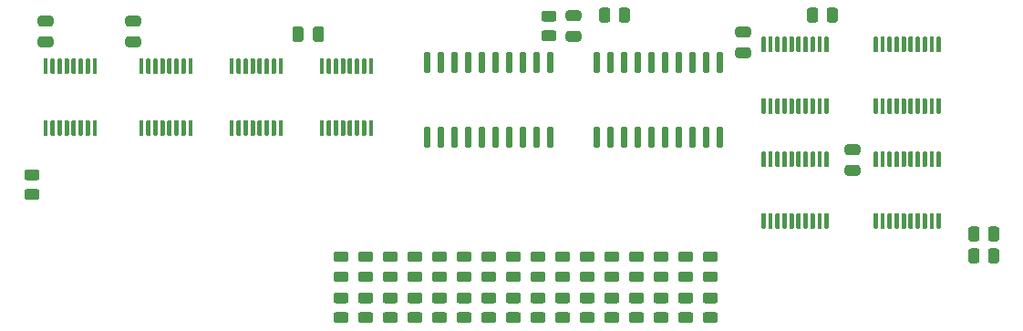
<source format=gbr>
%TF.GenerationSoftware,KiCad,Pcbnew,(5.1.10-1-10_14)*%
%TF.CreationDate,2021-11-14T12:12:58-05:00*%
%TF.ProjectId,transfer-register,7472616e-7366-4657-922d-726567697374,rev?*%
%TF.SameCoordinates,Original*%
%TF.FileFunction,Paste,Top*%
%TF.FilePolarity,Positive*%
%FSLAX46Y46*%
G04 Gerber Fmt 4.6, Leading zero omitted, Abs format (unit mm)*
G04 Created by KiCad (PCBNEW (5.1.10-1-10_14)) date 2021-11-14 12:12:58*
%MOMM*%
%LPD*%
G01*
G04 APERTURE LIST*
G04 APERTURE END LIST*
%TO.C,R22*%
G36*
G01*
X134220000Y-95307999D02*
X134220000Y-96208001D01*
G75*
G02*
X133970001Y-96458000I-249999J0D01*
G01*
X133444999Y-96458000D01*
G75*
G02*
X133195000Y-96208001I0J249999D01*
G01*
X133195000Y-95307999D01*
G75*
G02*
X133444999Y-95058000I249999J0D01*
G01*
X133970001Y-95058000D01*
G75*
G02*
X134220000Y-95307999I0J-249999D01*
G01*
G37*
G36*
G01*
X136045000Y-95307999D02*
X136045000Y-96208001D01*
G75*
G02*
X135795001Y-96458000I-249999J0D01*
G01*
X135269999Y-96458000D01*
G75*
G02*
X135020000Y-96208001I0J249999D01*
G01*
X135020000Y-95307999D01*
G75*
G02*
X135269999Y-95058000I249999J0D01*
G01*
X135795001Y-95058000D01*
G75*
G02*
X136045000Y-95307999I0J-249999D01*
G01*
G37*
%TD*%
%TO.C,R21*%
G36*
G01*
X120034000Y-73856001D02*
X120034000Y-72955999D01*
G75*
G02*
X120283999Y-72706000I249999J0D01*
G01*
X120809001Y-72706000D01*
G75*
G02*
X121059000Y-72955999I0J-249999D01*
G01*
X121059000Y-73856001D01*
G75*
G02*
X120809001Y-74106000I-249999J0D01*
G01*
X120283999Y-74106000D01*
G75*
G02*
X120034000Y-73856001I0J249999D01*
G01*
G37*
G36*
G01*
X118209000Y-73856001D02*
X118209000Y-72955999D01*
G75*
G02*
X118458999Y-72706000I249999J0D01*
G01*
X118984001Y-72706000D01*
G75*
G02*
X119234000Y-72955999I0J-249999D01*
G01*
X119234000Y-73856001D01*
G75*
G02*
X118984001Y-74106000I-249999J0D01*
G01*
X118458999Y-74106000D01*
G75*
G02*
X118209000Y-73856001I0J249999D01*
G01*
G37*
%TD*%
%TO.C,R20*%
G36*
G01*
X134220000Y-93275999D02*
X134220000Y-94176001D01*
G75*
G02*
X133970001Y-94426000I-249999J0D01*
G01*
X133444999Y-94426000D01*
G75*
G02*
X133195000Y-94176001I0J249999D01*
G01*
X133195000Y-93275999D01*
G75*
G02*
X133444999Y-93026000I249999J0D01*
G01*
X133970001Y-93026000D01*
G75*
G02*
X134220000Y-93275999I0J-249999D01*
G01*
G37*
G36*
G01*
X136045000Y-93275999D02*
X136045000Y-94176001D01*
G75*
G02*
X135795001Y-94426000I-249999J0D01*
G01*
X135269999Y-94426000D01*
G75*
G02*
X135020000Y-94176001I0J249999D01*
G01*
X135020000Y-93275999D01*
G75*
G02*
X135269999Y-93026000I249999J0D01*
G01*
X135795001Y-93026000D01*
G75*
G02*
X136045000Y-93275999I0J-249999D01*
G01*
G37*
%TD*%
%TO.C,R19*%
G36*
G01*
X100730000Y-73856001D02*
X100730000Y-72955999D01*
G75*
G02*
X100979999Y-72706000I249999J0D01*
G01*
X101505001Y-72706000D01*
G75*
G02*
X101755000Y-72955999I0J-249999D01*
G01*
X101755000Y-73856001D01*
G75*
G02*
X101505001Y-74106000I-249999J0D01*
G01*
X100979999Y-74106000D01*
G75*
G02*
X100730000Y-73856001I0J249999D01*
G01*
G37*
G36*
G01*
X98905000Y-73856001D02*
X98905000Y-72955999D01*
G75*
G02*
X99154999Y-72706000I249999J0D01*
G01*
X99680001Y-72706000D01*
G75*
G02*
X99930000Y-72955999I0J-249999D01*
G01*
X99930000Y-73856001D01*
G75*
G02*
X99680001Y-74106000I-249999J0D01*
G01*
X99154999Y-74106000D01*
G75*
G02*
X98905000Y-73856001I0J249999D01*
G01*
G37*
%TD*%
%TO.C,R18*%
G36*
G01*
X93783999Y-74822000D02*
X94684001Y-74822000D01*
G75*
G02*
X94934000Y-75071999I0J-249999D01*
G01*
X94934000Y-75597001D01*
G75*
G02*
X94684001Y-75847000I-249999J0D01*
G01*
X93783999Y-75847000D01*
G75*
G02*
X93534000Y-75597001I0J249999D01*
G01*
X93534000Y-75071999D01*
G75*
G02*
X93783999Y-74822000I249999J0D01*
G01*
G37*
G36*
G01*
X93783999Y-72997000D02*
X94684001Y-72997000D01*
G75*
G02*
X94934000Y-73246999I0J-249999D01*
G01*
X94934000Y-73772001D01*
G75*
G02*
X94684001Y-74022000I-249999J0D01*
G01*
X93783999Y-74022000D01*
G75*
G02*
X93534000Y-73772001I0J249999D01*
G01*
X93534000Y-73246999D01*
G75*
G02*
X93783999Y-72997000I249999J0D01*
G01*
G37*
%TD*%
%TO.C,R17*%
G36*
G01*
X46678001Y-88754000D02*
X45777999Y-88754000D01*
G75*
G02*
X45528000Y-88504001I0J249999D01*
G01*
X45528000Y-87978999D01*
G75*
G02*
X45777999Y-87729000I249999J0D01*
G01*
X46678001Y-87729000D01*
G75*
G02*
X46928000Y-87978999I0J-249999D01*
G01*
X46928000Y-88504001D01*
G75*
G02*
X46678001Y-88754000I-249999J0D01*
G01*
G37*
G36*
G01*
X46678001Y-90579000D02*
X45777999Y-90579000D01*
G75*
G02*
X45528000Y-90329001I0J249999D01*
G01*
X45528000Y-89803999D01*
G75*
G02*
X45777999Y-89554000I249999J0D01*
G01*
X46678001Y-89554000D01*
G75*
G02*
X46928000Y-89803999I0J-249999D01*
G01*
X46928000Y-90329001D01*
G75*
G02*
X46678001Y-90579000I-249999J0D01*
G01*
G37*
%TD*%
%TO.C,U7*%
G36*
G01*
X114269000Y-76869000D02*
X114069000Y-76869000D01*
G75*
G02*
X113969000Y-76769000I0J100000D01*
G01*
X113969000Y-75494000D01*
G75*
G02*
X114069000Y-75394000I100000J0D01*
G01*
X114269000Y-75394000D01*
G75*
G02*
X114369000Y-75494000I0J-100000D01*
G01*
X114369000Y-76769000D01*
G75*
G02*
X114269000Y-76869000I-100000J0D01*
G01*
G37*
G36*
G01*
X114919000Y-76869000D02*
X114719000Y-76869000D01*
G75*
G02*
X114619000Y-76769000I0J100000D01*
G01*
X114619000Y-75494000D01*
G75*
G02*
X114719000Y-75394000I100000J0D01*
G01*
X114919000Y-75394000D01*
G75*
G02*
X115019000Y-75494000I0J-100000D01*
G01*
X115019000Y-76769000D01*
G75*
G02*
X114919000Y-76869000I-100000J0D01*
G01*
G37*
G36*
G01*
X115569000Y-76869000D02*
X115369000Y-76869000D01*
G75*
G02*
X115269000Y-76769000I0J100000D01*
G01*
X115269000Y-75494000D01*
G75*
G02*
X115369000Y-75394000I100000J0D01*
G01*
X115569000Y-75394000D01*
G75*
G02*
X115669000Y-75494000I0J-100000D01*
G01*
X115669000Y-76769000D01*
G75*
G02*
X115569000Y-76869000I-100000J0D01*
G01*
G37*
G36*
G01*
X116219000Y-76869000D02*
X116019000Y-76869000D01*
G75*
G02*
X115919000Y-76769000I0J100000D01*
G01*
X115919000Y-75494000D01*
G75*
G02*
X116019000Y-75394000I100000J0D01*
G01*
X116219000Y-75394000D01*
G75*
G02*
X116319000Y-75494000I0J-100000D01*
G01*
X116319000Y-76769000D01*
G75*
G02*
X116219000Y-76869000I-100000J0D01*
G01*
G37*
G36*
G01*
X116869000Y-76869000D02*
X116669000Y-76869000D01*
G75*
G02*
X116569000Y-76769000I0J100000D01*
G01*
X116569000Y-75494000D01*
G75*
G02*
X116669000Y-75394000I100000J0D01*
G01*
X116869000Y-75394000D01*
G75*
G02*
X116969000Y-75494000I0J-100000D01*
G01*
X116969000Y-76769000D01*
G75*
G02*
X116869000Y-76869000I-100000J0D01*
G01*
G37*
G36*
G01*
X117519000Y-76869000D02*
X117319000Y-76869000D01*
G75*
G02*
X117219000Y-76769000I0J100000D01*
G01*
X117219000Y-75494000D01*
G75*
G02*
X117319000Y-75394000I100000J0D01*
G01*
X117519000Y-75394000D01*
G75*
G02*
X117619000Y-75494000I0J-100000D01*
G01*
X117619000Y-76769000D01*
G75*
G02*
X117519000Y-76869000I-100000J0D01*
G01*
G37*
G36*
G01*
X118169000Y-76869000D02*
X117969000Y-76869000D01*
G75*
G02*
X117869000Y-76769000I0J100000D01*
G01*
X117869000Y-75494000D01*
G75*
G02*
X117969000Y-75394000I100000J0D01*
G01*
X118169000Y-75394000D01*
G75*
G02*
X118269000Y-75494000I0J-100000D01*
G01*
X118269000Y-76769000D01*
G75*
G02*
X118169000Y-76869000I-100000J0D01*
G01*
G37*
G36*
G01*
X118819000Y-76869000D02*
X118619000Y-76869000D01*
G75*
G02*
X118519000Y-76769000I0J100000D01*
G01*
X118519000Y-75494000D01*
G75*
G02*
X118619000Y-75394000I100000J0D01*
G01*
X118819000Y-75394000D01*
G75*
G02*
X118919000Y-75494000I0J-100000D01*
G01*
X118919000Y-76769000D01*
G75*
G02*
X118819000Y-76869000I-100000J0D01*
G01*
G37*
G36*
G01*
X119469000Y-76869000D02*
X119269000Y-76869000D01*
G75*
G02*
X119169000Y-76769000I0J100000D01*
G01*
X119169000Y-75494000D01*
G75*
G02*
X119269000Y-75394000I100000J0D01*
G01*
X119469000Y-75394000D01*
G75*
G02*
X119569000Y-75494000I0J-100000D01*
G01*
X119569000Y-76769000D01*
G75*
G02*
X119469000Y-76869000I-100000J0D01*
G01*
G37*
G36*
G01*
X120119000Y-76869000D02*
X119919000Y-76869000D01*
G75*
G02*
X119819000Y-76769000I0J100000D01*
G01*
X119819000Y-75494000D01*
G75*
G02*
X119919000Y-75394000I100000J0D01*
G01*
X120119000Y-75394000D01*
G75*
G02*
X120219000Y-75494000I0J-100000D01*
G01*
X120219000Y-76769000D01*
G75*
G02*
X120119000Y-76869000I-100000J0D01*
G01*
G37*
G36*
G01*
X120119000Y-82594000D02*
X119919000Y-82594000D01*
G75*
G02*
X119819000Y-82494000I0J100000D01*
G01*
X119819000Y-81219000D01*
G75*
G02*
X119919000Y-81119000I100000J0D01*
G01*
X120119000Y-81119000D01*
G75*
G02*
X120219000Y-81219000I0J-100000D01*
G01*
X120219000Y-82494000D01*
G75*
G02*
X120119000Y-82594000I-100000J0D01*
G01*
G37*
G36*
G01*
X119469000Y-82594000D02*
X119269000Y-82594000D01*
G75*
G02*
X119169000Y-82494000I0J100000D01*
G01*
X119169000Y-81219000D01*
G75*
G02*
X119269000Y-81119000I100000J0D01*
G01*
X119469000Y-81119000D01*
G75*
G02*
X119569000Y-81219000I0J-100000D01*
G01*
X119569000Y-82494000D01*
G75*
G02*
X119469000Y-82594000I-100000J0D01*
G01*
G37*
G36*
G01*
X118819000Y-82594000D02*
X118619000Y-82594000D01*
G75*
G02*
X118519000Y-82494000I0J100000D01*
G01*
X118519000Y-81219000D01*
G75*
G02*
X118619000Y-81119000I100000J0D01*
G01*
X118819000Y-81119000D01*
G75*
G02*
X118919000Y-81219000I0J-100000D01*
G01*
X118919000Y-82494000D01*
G75*
G02*
X118819000Y-82594000I-100000J0D01*
G01*
G37*
G36*
G01*
X118169000Y-82594000D02*
X117969000Y-82594000D01*
G75*
G02*
X117869000Y-82494000I0J100000D01*
G01*
X117869000Y-81219000D01*
G75*
G02*
X117969000Y-81119000I100000J0D01*
G01*
X118169000Y-81119000D01*
G75*
G02*
X118269000Y-81219000I0J-100000D01*
G01*
X118269000Y-82494000D01*
G75*
G02*
X118169000Y-82594000I-100000J0D01*
G01*
G37*
G36*
G01*
X117519000Y-82594000D02*
X117319000Y-82594000D01*
G75*
G02*
X117219000Y-82494000I0J100000D01*
G01*
X117219000Y-81219000D01*
G75*
G02*
X117319000Y-81119000I100000J0D01*
G01*
X117519000Y-81119000D01*
G75*
G02*
X117619000Y-81219000I0J-100000D01*
G01*
X117619000Y-82494000D01*
G75*
G02*
X117519000Y-82594000I-100000J0D01*
G01*
G37*
G36*
G01*
X116869000Y-82594000D02*
X116669000Y-82594000D01*
G75*
G02*
X116569000Y-82494000I0J100000D01*
G01*
X116569000Y-81219000D01*
G75*
G02*
X116669000Y-81119000I100000J0D01*
G01*
X116869000Y-81119000D01*
G75*
G02*
X116969000Y-81219000I0J-100000D01*
G01*
X116969000Y-82494000D01*
G75*
G02*
X116869000Y-82594000I-100000J0D01*
G01*
G37*
G36*
G01*
X116219000Y-82594000D02*
X116019000Y-82594000D01*
G75*
G02*
X115919000Y-82494000I0J100000D01*
G01*
X115919000Y-81219000D01*
G75*
G02*
X116019000Y-81119000I100000J0D01*
G01*
X116219000Y-81119000D01*
G75*
G02*
X116319000Y-81219000I0J-100000D01*
G01*
X116319000Y-82494000D01*
G75*
G02*
X116219000Y-82594000I-100000J0D01*
G01*
G37*
G36*
G01*
X115569000Y-82594000D02*
X115369000Y-82594000D01*
G75*
G02*
X115269000Y-82494000I0J100000D01*
G01*
X115269000Y-81219000D01*
G75*
G02*
X115369000Y-81119000I100000J0D01*
G01*
X115569000Y-81119000D01*
G75*
G02*
X115669000Y-81219000I0J-100000D01*
G01*
X115669000Y-82494000D01*
G75*
G02*
X115569000Y-82594000I-100000J0D01*
G01*
G37*
G36*
G01*
X114919000Y-82594000D02*
X114719000Y-82594000D01*
G75*
G02*
X114619000Y-82494000I0J100000D01*
G01*
X114619000Y-81219000D01*
G75*
G02*
X114719000Y-81119000I100000J0D01*
G01*
X114919000Y-81119000D01*
G75*
G02*
X115019000Y-81219000I0J-100000D01*
G01*
X115019000Y-82494000D01*
G75*
G02*
X114919000Y-82594000I-100000J0D01*
G01*
G37*
G36*
G01*
X114269000Y-82594000D02*
X114069000Y-82594000D01*
G75*
G02*
X113969000Y-82494000I0J100000D01*
G01*
X113969000Y-81219000D01*
G75*
G02*
X114069000Y-81119000I100000J0D01*
G01*
X114269000Y-81119000D01*
G75*
G02*
X114369000Y-81219000I0J-100000D01*
G01*
X114369000Y-82494000D01*
G75*
G02*
X114269000Y-82594000I-100000J0D01*
G01*
G37*
%TD*%
%TO.C,R16*%
G36*
G01*
X108769999Y-100984000D02*
X109670001Y-100984000D01*
G75*
G02*
X109920000Y-101233999I0J-249999D01*
G01*
X109920000Y-101759001D01*
G75*
G02*
X109670001Y-102009000I-249999J0D01*
G01*
X108769999Y-102009000D01*
G75*
G02*
X108520000Y-101759001I0J249999D01*
G01*
X108520000Y-101233999D01*
G75*
G02*
X108769999Y-100984000I249999J0D01*
G01*
G37*
G36*
G01*
X108769999Y-99159000D02*
X109670001Y-99159000D01*
G75*
G02*
X109920000Y-99408999I0J-249999D01*
G01*
X109920000Y-99934001D01*
G75*
G02*
X109670001Y-100184000I-249999J0D01*
G01*
X108769999Y-100184000D01*
G75*
G02*
X108520000Y-99934001I0J249999D01*
G01*
X108520000Y-99408999D01*
G75*
G02*
X108769999Y-99159000I249999J0D01*
G01*
G37*
%TD*%
%TO.C,R15*%
G36*
G01*
X106483999Y-100984000D02*
X107384001Y-100984000D01*
G75*
G02*
X107634000Y-101233999I0J-249999D01*
G01*
X107634000Y-101759001D01*
G75*
G02*
X107384001Y-102009000I-249999J0D01*
G01*
X106483999Y-102009000D01*
G75*
G02*
X106234000Y-101759001I0J249999D01*
G01*
X106234000Y-101233999D01*
G75*
G02*
X106483999Y-100984000I249999J0D01*
G01*
G37*
G36*
G01*
X106483999Y-99159000D02*
X107384001Y-99159000D01*
G75*
G02*
X107634000Y-99408999I0J-249999D01*
G01*
X107634000Y-99934001D01*
G75*
G02*
X107384001Y-100184000I-249999J0D01*
G01*
X106483999Y-100184000D01*
G75*
G02*
X106234000Y-99934001I0J249999D01*
G01*
X106234000Y-99408999D01*
G75*
G02*
X106483999Y-99159000I249999J0D01*
G01*
G37*
%TD*%
%TO.C,R14*%
G36*
G01*
X104197999Y-100984000D02*
X105098001Y-100984000D01*
G75*
G02*
X105348000Y-101233999I0J-249999D01*
G01*
X105348000Y-101759001D01*
G75*
G02*
X105098001Y-102009000I-249999J0D01*
G01*
X104197999Y-102009000D01*
G75*
G02*
X103948000Y-101759001I0J249999D01*
G01*
X103948000Y-101233999D01*
G75*
G02*
X104197999Y-100984000I249999J0D01*
G01*
G37*
G36*
G01*
X104197999Y-99159000D02*
X105098001Y-99159000D01*
G75*
G02*
X105348000Y-99408999I0J-249999D01*
G01*
X105348000Y-99934001D01*
G75*
G02*
X105098001Y-100184000I-249999J0D01*
G01*
X104197999Y-100184000D01*
G75*
G02*
X103948000Y-99934001I0J249999D01*
G01*
X103948000Y-99408999D01*
G75*
G02*
X104197999Y-99159000I249999J0D01*
G01*
G37*
%TD*%
%TO.C,R13*%
G36*
G01*
X101911999Y-100984000D02*
X102812001Y-100984000D01*
G75*
G02*
X103062000Y-101233999I0J-249999D01*
G01*
X103062000Y-101759001D01*
G75*
G02*
X102812001Y-102009000I-249999J0D01*
G01*
X101911999Y-102009000D01*
G75*
G02*
X101662000Y-101759001I0J249999D01*
G01*
X101662000Y-101233999D01*
G75*
G02*
X101911999Y-100984000I249999J0D01*
G01*
G37*
G36*
G01*
X101911999Y-99159000D02*
X102812001Y-99159000D01*
G75*
G02*
X103062000Y-99408999I0J-249999D01*
G01*
X103062000Y-99934001D01*
G75*
G02*
X102812001Y-100184000I-249999J0D01*
G01*
X101911999Y-100184000D01*
G75*
G02*
X101662000Y-99934001I0J249999D01*
G01*
X101662000Y-99408999D01*
G75*
G02*
X101911999Y-99159000I249999J0D01*
G01*
G37*
%TD*%
%TO.C,R12*%
G36*
G01*
X99625999Y-100984000D02*
X100526001Y-100984000D01*
G75*
G02*
X100776000Y-101233999I0J-249999D01*
G01*
X100776000Y-101759001D01*
G75*
G02*
X100526001Y-102009000I-249999J0D01*
G01*
X99625999Y-102009000D01*
G75*
G02*
X99376000Y-101759001I0J249999D01*
G01*
X99376000Y-101233999D01*
G75*
G02*
X99625999Y-100984000I249999J0D01*
G01*
G37*
G36*
G01*
X99625999Y-99159000D02*
X100526001Y-99159000D01*
G75*
G02*
X100776000Y-99408999I0J-249999D01*
G01*
X100776000Y-99934001D01*
G75*
G02*
X100526001Y-100184000I-249999J0D01*
G01*
X99625999Y-100184000D01*
G75*
G02*
X99376000Y-99934001I0J249999D01*
G01*
X99376000Y-99408999D01*
G75*
G02*
X99625999Y-99159000I249999J0D01*
G01*
G37*
%TD*%
%TO.C,R11*%
G36*
G01*
X97339999Y-100984000D02*
X98240001Y-100984000D01*
G75*
G02*
X98490000Y-101233999I0J-249999D01*
G01*
X98490000Y-101759001D01*
G75*
G02*
X98240001Y-102009000I-249999J0D01*
G01*
X97339999Y-102009000D01*
G75*
G02*
X97090000Y-101759001I0J249999D01*
G01*
X97090000Y-101233999D01*
G75*
G02*
X97339999Y-100984000I249999J0D01*
G01*
G37*
G36*
G01*
X97339999Y-99159000D02*
X98240001Y-99159000D01*
G75*
G02*
X98490000Y-99408999I0J-249999D01*
G01*
X98490000Y-99934001D01*
G75*
G02*
X98240001Y-100184000I-249999J0D01*
G01*
X97339999Y-100184000D01*
G75*
G02*
X97090000Y-99934001I0J249999D01*
G01*
X97090000Y-99408999D01*
G75*
G02*
X97339999Y-99159000I249999J0D01*
G01*
G37*
%TD*%
%TO.C,R10*%
G36*
G01*
X95053999Y-100984000D02*
X95954001Y-100984000D01*
G75*
G02*
X96204000Y-101233999I0J-249999D01*
G01*
X96204000Y-101759001D01*
G75*
G02*
X95954001Y-102009000I-249999J0D01*
G01*
X95053999Y-102009000D01*
G75*
G02*
X94804000Y-101759001I0J249999D01*
G01*
X94804000Y-101233999D01*
G75*
G02*
X95053999Y-100984000I249999J0D01*
G01*
G37*
G36*
G01*
X95053999Y-99159000D02*
X95954001Y-99159000D01*
G75*
G02*
X96204000Y-99408999I0J-249999D01*
G01*
X96204000Y-99934001D01*
G75*
G02*
X95954001Y-100184000I-249999J0D01*
G01*
X95053999Y-100184000D01*
G75*
G02*
X94804000Y-99934001I0J249999D01*
G01*
X94804000Y-99408999D01*
G75*
G02*
X95053999Y-99159000I249999J0D01*
G01*
G37*
%TD*%
%TO.C,R9*%
G36*
G01*
X92767999Y-100984000D02*
X93668001Y-100984000D01*
G75*
G02*
X93918000Y-101233999I0J-249999D01*
G01*
X93918000Y-101759001D01*
G75*
G02*
X93668001Y-102009000I-249999J0D01*
G01*
X92767999Y-102009000D01*
G75*
G02*
X92518000Y-101759001I0J249999D01*
G01*
X92518000Y-101233999D01*
G75*
G02*
X92767999Y-100984000I249999J0D01*
G01*
G37*
G36*
G01*
X92767999Y-99159000D02*
X93668001Y-99159000D01*
G75*
G02*
X93918000Y-99408999I0J-249999D01*
G01*
X93918000Y-99934001D01*
G75*
G02*
X93668001Y-100184000I-249999J0D01*
G01*
X92767999Y-100184000D01*
G75*
G02*
X92518000Y-99934001I0J249999D01*
G01*
X92518000Y-99408999D01*
G75*
G02*
X92767999Y-99159000I249999J0D01*
G01*
G37*
%TD*%
%TO.C,R8*%
G36*
G01*
X90481999Y-100984000D02*
X91382001Y-100984000D01*
G75*
G02*
X91632000Y-101233999I0J-249999D01*
G01*
X91632000Y-101759001D01*
G75*
G02*
X91382001Y-102009000I-249999J0D01*
G01*
X90481999Y-102009000D01*
G75*
G02*
X90232000Y-101759001I0J249999D01*
G01*
X90232000Y-101233999D01*
G75*
G02*
X90481999Y-100984000I249999J0D01*
G01*
G37*
G36*
G01*
X90481999Y-99159000D02*
X91382001Y-99159000D01*
G75*
G02*
X91632000Y-99408999I0J-249999D01*
G01*
X91632000Y-99934001D01*
G75*
G02*
X91382001Y-100184000I-249999J0D01*
G01*
X90481999Y-100184000D01*
G75*
G02*
X90232000Y-99934001I0J249999D01*
G01*
X90232000Y-99408999D01*
G75*
G02*
X90481999Y-99159000I249999J0D01*
G01*
G37*
%TD*%
%TO.C,R7*%
G36*
G01*
X88195999Y-100984000D02*
X89096001Y-100984000D01*
G75*
G02*
X89346000Y-101233999I0J-249999D01*
G01*
X89346000Y-101759001D01*
G75*
G02*
X89096001Y-102009000I-249999J0D01*
G01*
X88195999Y-102009000D01*
G75*
G02*
X87946000Y-101759001I0J249999D01*
G01*
X87946000Y-101233999D01*
G75*
G02*
X88195999Y-100984000I249999J0D01*
G01*
G37*
G36*
G01*
X88195999Y-99159000D02*
X89096001Y-99159000D01*
G75*
G02*
X89346000Y-99408999I0J-249999D01*
G01*
X89346000Y-99934001D01*
G75*
G02*
X89096001Y-100184000I-249999J0D01*
G01*
X88195999Y-100184000D01*
G75*
G02*
X87946000Y-99934001I0J249999D01*
G01*
X87946000Y-99408999D01*
G75*
G02*
X88195999Y-99159000I249999J0D01*
G01*
G37*
%TD*%
%TO.C,R6*%
G36*
G01*
X85909999Y-100984000D02*
X86810001Y-100984000D01*
G75*
G02*
X87060000Y-101233999I0J-249999D01*
G01*
X87060000Y-101759001D01*
G75*
G02*
X86810001Y-102009000I-249999J0D01*
G01*
X85909999Y-102009000D01*
G75*
G02*
X85660000Y-101759001I0J249999D01*
G01*
X85660000Y-101233999D01*
G75*
G02*
X85909999Y-100984000I249999J0D01*
G01*
G37*
G36*
G01*
X85909999Y-99159000D02*
X86810001Y-99159000D01*
G75*
G02*
X87060000Y-99408999I0J-249999D01*
G01*
X87060000Y-99934001D01*
G75*
G02*
X86810001Y-100184000I-249999J0D01*
G01*
X85909999Y-100184000D01*
G75*
G02*
X85660000Y-99934001I0J249999D01*
G01*
X85660000Y-99408999D01*
G75*
G02*
X85909999Y-99159000I249999J0D01*
G01*
G37*
%TD*%
%TO.C,R5*%
G36*
G01*
X83623999Y-100984000D02*
X84524001Y-100984000D01*
G75*
G02*
X84774000Y-101233999I0J-249999D01*
G01*
X84774000Y-101759001D01*
G75*
G02*
X84524001Y-102009000I-249999J0D01*
G01*
X83623999Y-102009000D01*
G75*
G02*
X83374000Y-101759001I0J249999D01*
G01*
X83374000Y-101233999D01*
G75*
G02*
X83623999Y-100984000I249999J0D01*
G01*
G37*
G36*
G01*
X83623999Y-99159000D02*
X84524001Y-99159000D01*
G75*
G02*
X84774000Y-99408999I0J-249999D01*
G01*
X84774000Y-99934001D01*
G75*
G02*
X84524001Y-100184000I-249999J0D01*
G01*
X83623999Y-100184000D01*
G75*
G02*
X83374000Y-99934001I0J249999D01*
G01*
X83374000Y-99408999D01*
G75*
G02*
X83623999Y-99159000I249999J0D01*
G01*
G37*
%TD*%
%TO.C,R4*%
G36*
G01*
X81337999Y-100984000D02*
X82238001Y-100984000D01*
G75*
G02*
X82488000Y-101233999I0J-249999D01*
G01*
X82488000Y-101759001D01*
G75*
G02*
X82238001Y-102009000I-249999J0D01*
G01*
X81337999Y-102009000D01*
G75*
G02*
X81088000Y-101759001I0J249999D01*
G01*
X81088000Y-101233999D01*
G75*
G02*
X81337999Y-100984000I249999J0D01*
G01*
G37*
G36*
G01*
X81337999Y-99159000D02*
X82238001Y-99159000D01*
G75*
G02*
X82488000Y-99408999I0J-249999D01*
G01*
X82488000Y-99934001D01*
G75*
G02*
X82238001Y-100184000I-249999J0D01*
G01*
X81337999Y-100184000D01*
G75*
G02*
X81088000Y-99934001I0J249999D01*
G01*
X81088000Y-99408999D01*
G75*
G02*
X81337999Y-99159000I249999J0D01*
G01*
G37*
%TD*%
%TO.C,R3*%
G36*
G01*
X79051999Y-100984000D02*
X79952001Y-100984000D01*
G75*
G02*
X80202000Y-101233999I0J-249999D01*
G01*
X80202000Y-101759001D01*
G75*
G02*
X79952001Y-102009000I-249999J0D01*
G01*
X79051999Y-102009000D01*
G75*
G02*
X78802000Y-101759001I0J249999D01*
G01*
X78802000Y-101233999D01*
G75*
G02*
X79051999Y-100984000I249999J0D01*
G01*
G37*
G36*
G01*
X79051999Y-99159000D02*
X79952001Y-99159000D01*
G75*
G02*
X80202000Y-99408999I0J-249999D01*
G01*
X80202000Y-99934001D01*
G75*
G02*
X79952001Y-100184000I-249999J0D01*
G01*
X79051999Y-100184000D01*
G75*
G02*
X78802000Y-99934001I0J249999D01*
G01*
X78802000Y-99408999D01*
G75*
G02*
X79051999Y-99159000I249999J0D01*
G01*
G37*
%TD*%
%TO.C,R2*%
G36*
G01*
X76765999Y-100984000D02*
X77666001Y-100984000D01*
G75*
G02*
X77916000Y-101233999I0J-249999D01*
G01*
X77916000Y-101759001D01*
G75*
G02*
X77666001Y-102009000I-249999J0D01*
G01*
X76765999Y-102009000D01*
G75*
G02*
X76516000Y-101759001I0J249999D01*
G01*
X76516000Y-101233999D01*
G75*
G02*
X76765999Y-100984000I249999J0D01*
G01*
G37*
G36*
G01*
X76765999Y-99159000D02*
X77666001Y-99159000D01*
G75*
G02*
X77916000Y-99408999I0J-249999D01*
G01*
X77916000Y-99934001D01*
G75*
G02*
X77666001Y-100184000I-249999J0D01*
G01*
X76765999Y-100184000D01*
G75*
G02*
X76516000Y-99934001I0J249999D01*
G01*
X76516000Y-99408999D01*
G75*
G02*
X76765999Y-99159000I249999J0D01*
G01*
G37*
%TD*%
%TO.C,R1*%
G36*
G01*
X74479999Y-100984000D02*
X75380001Y-100984000D01*
G75*
G02*
X75630000Y-101233999I0J-249999D01*
G01*
X75630000Y-101759001D01*
G75*
G02*
X75380001Y-102009000I-249999J0D01*
G01*
X74479999Y-102009000D01*
G75*
G02*
X74230000Y-101759001I0J249999D01*
G01*
X74230000Y-101233999D01*
G75*
G02*
X74479999Y-100984000I249999J0D01*
G01*
G37*
G36*
G01*
X74479999Y-99159000D02*
X75380001Y-99159000D01*
G75*
G02*
X75630000Y-99408999I0J-249999D01*
G01*
X75630000Y-99934001D01*
G75*
G02*
X75380001Y-100184000I-249999J0D01*
G01*
X74479999Y-100184000D01*
G75*
G02*
X74230000Y-99934001I0J249999D01*
G01*
X74230000Y-99408999D01*
G75*
G02*
X74479999Y-99159000I249999J0D01*
G01*
G37*
%TD*%
%TO.C,D16*%
G36*
G01*
X109676250Y-96324000D02*
X108763750Y-96324000D01*
G75*
G02*
X108520000Y-96080250I0J243750D01*
G01*
X108520000Y-95592750D01*
G75*
G02*
X108763750Y-95349000I243750J0D01*
G01*
X109676250Y-95349000D01*
G75*
G02*
X109920000Y-95592750I0J-243750D01*
G01*
X109920000Y-96080250D01*
G75*
G02*
X109676250Y-96324000I-243750J0D01*
G01*
G37*
G36*
G01*
X109676250Y-98199000D02*
X108763750Y-98199000D01*
G75*
G02*
X108520000Y-97955250I0J243750D01*
G01*
X108520000Y-97467750D01*
G75*
G02*
X108763750Y-97224000I243750J0D01*
G01*
X109676250Y-97224000D01*
G75*
G02*
X109920000Y-97467750I0J-243750D01*
G01*
X109920000Y-97955250D01*
G75*
G02*
X109676250Y-98199000I-243750J0D01*
G01*
G37*
%TD*%
%TO.C,D15*%
G36*
G01*
X107390250Y-96324000D02*
X106477750Y-96324000D01*
G75*
G02*
X106234000Y-96080250I0J243750D01*
G01*
X106234000Y-95592750D01*
G75*
G02*
X106477750Y-95349000I243750J0D01*
G01*
X107390250Y-95349000D01*
G75*
G02*
X107634000Y-95592750I0J-243750D01*
G01*
X107634000Y-96080250D01*
G75*
G02*
X107390250Y-96324000I-243750J0D01*
G01*
G37*
G36*
G01*
X107390250Y-98199000D02*
X106477750Y-98199000D01*
G75*
G02*
X106234000Y-97955250I0J243750D01*
G01*
X106234000Y-97467750D01*
G75*
G02*
X106477750Y-97224000I243750J0D01*
G01*
X107390250Y-97224000D01*
G75*
G02*
X107634000Y-97467750I0J-243750D01*
G01*
X107634000Y-97955250D01*
G75*
G02*
X107390250Y-98199000I-243750J0D01*
G01*
G37*
%TD*%
%TO.C,D14*%
G36*
G01*
X105104250Y-96324000D02*
X104191750Y-96324000D01*
G75*
G02*
X103948000Y-96080250I0J243750D01*
G01*
X103948000Y-95592750D01*
G75*
G02*
X104191750Y-95349000I243750J0D01*
G01*
X105104250Y-95349000D01*
G75*
G02*
X105348000Y-95592750I0J-243750D01*
G01*
X105348000Y-96080250D01*
G75*
G02*
X105104250Y-96324000I-243750J0D01*
G01*
G37*
G36*
G01*
X105104250Y-98199000D02*
X104191750Y-98199000D01*
G75*
G02*
X103948000Y-97955250I0J243750D01*
G01*
X103948000Y-97467750D01*
G75*
G02*
X104191750Y-97224000I243750J0D01*
G01*
X105104250Y-97224000D01*
G75*
G02*
X105348000Y-97467750I0J-243750D01*
G01*
X105348000Y-97955250D01*
G75*
G02*
X105104250Y-98199000I-243750J0D01*
G01*
G37*
%TD*%
%TO.C,D13*%
G36*
G01*
X102818250Y-96324000D02*
X101905750Y-96324000D01*
G75*
G02*
X101662000Y-96080250I0J243750D01*
G01*
X101662000Y-95592750D01*
G75*
G02*
X101905750Y-95349000I243750J0D01*
G01*
X102818250Y-95349000D01*
G75*
G02*
X103062000Y-95592750I0J-243750D01*
G01*
X103062000Y-96080250D01*
G75*
G02*
X102818250Y-96324000I-243750J0D01*
G01*
G37*
G36*
G01*
X102818250Y-98199000D02*
X101905750Y-98199000D01*
G75*
G02*
X101662000Y-97955250I0J243750D01*
G01*
X101662000Y-97467750D01*
G75*
G02*
X101905750Y-97224000I243750J0D01*
G01*
X102818250Y-97224000D01*
G75*
G02*
X103062000Y-97467750I0J-243750D01*
G01*
X103062000Y-97955250D01*
G75*
G02*
X102818250Y-98199000I-243750J0D01*
G01*
G37*
%TD*%
%TO.C,D12*%
G36*
G01*
X100532250Y-96324000D02*
X99619750Y-96324000D01*
G75*
G02*
X99376000Y-96080250I0J243750D01*
G01*
X99376000Y-95592750D01*
G75*
G02*
X99619750Y-95349000I243750J0D01*
G01*
X100532250Y-95349000D01*
G75*
G02*
X100776000Y-95592750I0J-243750D01*
G01*
X100776000Y-96080250D01*
G75*
G02*
X100532250Y-96324000I-243750J0D01*
G01*
G37*
G36*
G01*
X100532250Y-98199000D02*
X99619750Y-98199000D01*
G75*
G02*
X99376000Y-97955250I0J243750D01*
G01*
X99376000Y-97467750D01*
G75*
G02*
X99619750Y-97224000I243750J0D01*
G01*
X100532250Y-97224000D01*
G75*
G02*
X100776000Y-97467750I0J-243750D01*
G01*
X100776000Y-97955250D01*
G75*
G02*
X100532250Y-98199000I-243750J0D01*
G01*
G37*
%TD*%
%TO.C,D11*%
G36*
G01*
X98246250Y-96324000D02*
X97333750Y-96324000D01*
G75*
G02*
X97090000Y-96080250I0J243750D01*
G01*
X97090000Y-95592750D01*
G75*
G02*
X97333750Y-95349000I243750J0D01*
G01*
X98246250Y-95349000D01*
G75*
G02*
X98490000Y-95592750I0J-243750D01*
G01*
X98490000Y-96080250D01*
G75*
G02*
X98246250Y-96324000I-243750J0D01*
G01*
G37*
G36*
G01*
X98246250Y-98199000D02*
X97333750Y-98199000D01*
G75*
G02*
X97090000Y-97955250I0J243750D01*
G01*
X97090000Y-97467750D01*
G75*
G02*
X97333750Y-97224000I243750J0D01*
G01*
X98246250Y-97224000D01*
G75*
G02*
X98490000Y-97467750I0J-243750D01*
G01*
X98490000Y-97955250D01*
G75*
G02*
X98246250Y-98199000I-243750J0D01*
G01*
G37*
%TD*%
%TO.C,D10*%
G36*
G01*
X95960250Y-96324000D02*
X95047750Y-96324000D01*
G75*
G02*
X94804000Y-96080250I0J243750D01*
G01*
X94804000Y-95592750D01*
G75*
G02*
X95047750Y-95349000I243750J0D01*
G01*
X95960250Y-95349000D01*
G75*
G02*
X96204000Y-95592750I0J-243750D01*
G01*
X96204000Y-96080250D01*
G75*
G02*
X95960250Y-96324000I-243750J0D01*
G01*
G37*
G36*
G01*
X95960250Y-98199000D02*
X95047750Y-98199000D01*
G75*
G02*
X94804000Y-97955250I0J243750D01*
G01*
X94804000Y-97467750D01*
G75*
G02*
X95047750Y-97224000I243750J0D01*
G01*
X95960250Y-97224000D01*
G75*
G02*
X96204000Y-97467750I0J-243750D01*
G01*
X96204000Y-97955250D01*
G75*
G02*
X95960250Y-98199000I-243750J0D01*
G01*
G37*
%TD*%
%TO.C,D9*%
G36*
G01*
X93674250Y-96324000D02*
X92761750Y-96324000D01*
G75*
G02*
X92518000Y-96080250I0J243750D01*
G01*
X92518000Y-95592750D01*
G75*
G02*
X92761750Y-95349000I243750J0D01*
G01*
X93674250Y-95349000D01*
G75*
G02*
X93918000Y-95592750I0J-243750D01*
G01*
X93918000Y-96080250D01*
G75*
G02*
X93674250Y-96324000I-243750J0D01*
G01*
G37*
G36*
G01*
X93674250Y-98199000D02*
X92761750Y-98199000D01*
G75*
G02*
X92518000Y-97955250I0J243750D01*
G01*
X92518000Y-97467750D01*
G75*
G02*
X92761750Y-97224000I243750J0D01*
G01*
X93674250Y-97224000D01*
G75*
G02*
X93918000Y-97467750I0J-243750D01*
G01*
X93918000Y-97955250D01*
G75*
G02*
X93674250Y-98199000I-243750J0D01*
G01*
G37*
%TD*%
%TO.C,D8*%
G36*
G01*
X91388250Y-96324000D02*
X90475750Y-96324000D01*
G75*
G02*
X90232000Y-96080250I0J243750D01*
G01*
X90232000Y-95592750D01*
G75*
G02*
X90475750Y-95349000I243750J0D01*
G01*
X91388250Y-95349000D01*
G75*
G02*
X91632000Y-95592750I0J-243750D01*
G01*
X91632000Y-96080250D01*
G75*
G02*
X91388250Y-96324000I-243750J0D01*
G01*
G37*
G36*
G01*
X91388250Y-98199000D02*
X90475750Y-98199000D01*
G75*
G02*
X90232000Y-97955250I0J243750D01*
G01*
X90232000Y-97467750D01*
G75*
G02*
X90475750Y-97224000I243750J0D01*
G01*
X91388250Y-97224000D01*
G75*
G02*
X91632000Y-97467750I0J-243750D01*
G01*
X91632000Y-97955250D01*
G75*
G02*
X91388250Y-98199000I-243750J0D01*
G01*
G37*
%TD*%
%TO.C,D7*%
G36*
G01*
X89102250Y-96324000D02*
X88189750Y-96324000D01*
G75*
G02*
X87946000Y-96080250I0J243750D01*
G01*
X87946000Y-95592750D01*
G75*
G02*
X88189750Y-95349000I243750J0D01*
G01*
X89102250Y-95349000D01*
G75*
G02*
X89346000Y-95592750I0J-243750D01*
G01*
X89346000Y-96080250D01*
G75*
G02*
X89102250Y-96324000I-243750J0D01*
G01*
G37*
G36*
G01*
X89102250Y-98199000D02*
X88189750Y-98199000D01*
G75*
G02*
X87946000Y-97955250I0J243750D01*
G01*
X87946000Y-97467750D01*
G75*
G02*
X88189750Y-97224000I243750J0D01*
G01*
X89102250Y-97224000D01*
G75*
G02*
X89346000Y-97467750I0J-243750D01*
G01*
X89346000Y-97955250D01*
G75*
G02*
X89102250Y-98199000I-243750J0D01*
G01*
G37*
%TD*%
%TO.C,D6*%
G36*
G01*
X86816250Y-96324000D02*
X85903750Y-96324000D01*
G75*
G02*
X85660000Y-96080250I0J243750D01*
G01*
X85660000Y-95592750D01*
G75*
G02*
X85903750Y-95349000I243750J0D01*
G01*
X86816250Y-95349000D01*
G75*
G02*
X87060000Y-95592750I0J-243750D01*
G01*
X87060000Y-96080250D01*
G75*
G02*
X86816250Y-96324000I-243750J0D01*
G01*
G37*
G36*
G01*
X86816250Y-98199000D02*
X85903750Y-98199000D01*
G75*
G02*
X85660000Y-97955250I0J243750D01*
G01*
X85660000Y-97467750D01*
G75*
G02*
X85903750Y-97224000I243750J0D01*
G01*
X86816250Y-97224000D01*
G75*
G02*
X87060000Y-97467750I0J-243750D01*
G01*
X87060000Y-97955250D01*
G75*
G02*
X86816250Y-98199000I-243750J0D01*
G01*
G37*
%TD*%
%TO.C,D5*%
G36*
G01*
X84530250Y-96324000D02*
X83617750Y-96324000D01*
G75*
G02*
X83374000Y-96080250I0J243750D01*
G01*
X83374000Y-95592750D01*
G75*
G02*
X83617750Y-95349000I243750J0D01*
G01*
X84530250Y-95349000D01*
G75*
G02*
X84774000Y-95592750I0J-243750D01*
G01*
X84774000Y-96080250D01*
G75*
G02*
X84530250Y-96324000I-243750J0D01*
G01*
G37*
G36*
G01*
X84530250Y-98199000D02*
X83617750Y-98199000D01*
G75*
G02*
X83374000Y-97955250I0J243750D01*
G01*
X83374000Y-97467750D01*
G75*
G02*
X83617750Y-97224000I243750J0D01*
G01*
X84530250Y-97224000D01*
G75*
G02*
X84774000Y-97467750I0J-243750D01*
G01*
X84774000Y-97955250D01*
G75*
G02*
X84530250Y-98199000I-243750J0D01*
G01*
G37*
%TD*%
%TO.C,D4*%
G36*
G01*
X82244250Y-96324000D02*
X81331750Y-96324000D01*
G75*
G02*
X81088000Y-96080250I0J243750D01*
G01*
X81088000Y-95592750D01*
G75*
G02*
X81331750Y-95349000I243750J0D01*
G01*
X82244250Y-95349000D01*
G75*
G02*
X82488000Y-95592750I0J-243750D01*
G01*
X82488000Y-96080250D01*
G75*
G02*
X82244250Y-96324000I-243750J0D01*
G01*
G37*
G36*
G01*
X82244250Y-98199000D02*
X81331750Y-98199000D01*
G75*
G02*
X81088000Y-97955250I0J243750D01*
G01*
X81088000Y-97467750D01*
G75*
G02*
X81331750Y-97224000I243750J0D01*
G01*
X82244250Y-97224000D01*
G75*
G02*
X82488000Y-97467750I0J-243750D01*
G01*
X82488000Y-97955250D01*
G75*
G02*
X82244250Y-98199000I-243750J0D01*
G01*
G37*
%TD*%
%TO.C,D3*%
G36*
G01*
X79958250Y-96324000D02*
X79045750Y-96324000D01*
G75*
G02*
X78802000Y-96080250I0J243750D01*
G01*
X78802000Y-95592750D01*
G75*
G02*
X79045750Y-95349000I243750J0D01*
G01*
X79958250Y-95349000D01*
G75*
G02*
X80202000Y-95592750I0J-243750D01*
G01*
X80202000Y-96080250D01*
G75*
G02*
X79958250Y-96324000I-243750J0D01*
G01*
G37*
G36*
G01*
X79958250Y-98199000D02*
X79045750Y-98199000D01*
G75*
G02*
X78802000Y-97955250I0J243750D01*
G01*
X78802000Y-97467750D01*
G75*
G02*
X79045750Y-97224000I243750J0D01*
G01*
X79958250Y-97224000D01*
G75*
G02*
X80202000Y-97467750I0J-243750D01*
G01*
X80202000Y-97955250D01*
G75*
G02*
X79958250Y-98199000I-243750J0D01*
G01*
G37*
%TD*%
%TO.C,D2*%
G36*
G01*
X77672250Y-96324000D02*
X76759750Y-96324000D01*
G75*
G02*
X76516000Y-96080250I0J243750D01*
G01*
X76516000Y-95592750D01*
G75*
G02*
X76759750Y-95349000I243750J0D01*
G01*
X77672250Y-95349000D01*
G75*
G02*
X77916000Y-95592750I0J-243750D01*
G01*
X77916000Y-96080250D01*
G75*
G02*
X77672250Y-96324000I-243750J0D01*
G01*
G37*
G36*
G01*
X77672250Y-98199000D02*
X76759750Y-98199000D01*
G75*
G02*
X76516000Y-97955250I0J243750D01*
G01*
X76516000Y-97467750D01*
G75*
G02*
X76759750Y-97224000I243750J0D01*
G01*
X77672250Y-97224000D01*
G75*
G02*
X77916000Y-97467750I0J-243750D01*
G01*
X77916000Y-97955250D01*
G75*
G02*
X77672250Y-98199000I-243750J0D01*
G01*
G37*
%TD*%
%TO.C,D1*%
G36*
G01*
X75386250Y-96324000D02*
X74473750Y-96324000D01*
G75*
G02*
X74230000Y-96080250I0J243750D01*
G01*
X74230000Y-95592750D01*
G75*
G02*
X74473750Y-95349000I243750J0D01*
G01*
X75386250Y-95349000D01*
G75*
G02*
X75630000Y-95592750I0J-243750D01*
G01*
X75630000Y-96080250D01*
G75*
G02*
X75386250Y-96324000I-243750J0D01*
G01*
G37*
G36*
G01*
X75386250Y-98199000D02*
X74473750Y-98199000D01*
G75*
G02*
X74230000Y-97955250I0J243750D01*
G01*
X74230000Y-97467750D01*
G75*
G02*
X74473750Y-97224000I243750J0D01*
G01*
X75386250Y-97224000D01*
G75*
G02*
X75630000Y-97467750I0J-243750D01*
G01*
X75630000Y-97955250D01*
G75*
G02*
X75386250Y-98199000I-243750J0D01*
G01*
G37*
%TD*%
%TO.C,C6*%
G36*
G01*
X96995000Y-73972000D02*
X96045000Y-73972000D01*
G75*
G02*
X95795000Y-73722000I0J250000D01*
G01*
X95795000Y-73222000D01*
G75*
G02*
X96045000Y-72972000I250000J0D01*
G01*
X96995000Y-72972000D01*
G75*
G02*
X97245000Y-73222000I0J-250000D01*
G01*
X97245000Y-73722000D01*
G75*
G02*
X96995000Y-73972000I-250000J0D01*
G01*
G37*
G36*
G01*
X96995000Y-75872000D02*
X96045000Y-75872000D01*
G75*
G02*
X95795000Y-75622000I0J250000D01*
G01*
X95795000Y-75122000D01*
G75*
G02*
X96045000Y-74872000I250000J0D01*
G01*
X96995000Y-74872000D01*
G75*
G02*
X97245000Y-75122000I0J-250000D01*
G01*
X97245000Y-75622000D01*
G75*
G02*
X96995000Y-75872000I-250000J0D01*
G01*
G37*
%TD*%
%TO.C,C5*%
G36*
G01*
X111793000Y-76396000D02*
X112743000Y-76396000D01*
G75*
G02*
X112993000Y-76646000I0J-250000D01*
G01*
X112993000Y-77146000D01*
G75*
G02*
X112743000Y-77396000I-250000J0D01*
G01*
X111793000Y-77396000D01*
G75*
G02*
X111543000Y-77146000I0J250000D01*
G01*
X111543000Y-76646000D01*
G75*
G02*
X111793000Y-76396000I250000J0D01*
G01*
G37*
G36*
G01*
X111793000Y-74496000D02*
X112743000Y-74496000D01*
G75*
G02*
X112993000Y-74746000I0J-250000D01*
G01*
X112993000Y-75246000D01*
G75*
G02*
X112743000Y-75496000I-250000J0D01*
G01*
X111793000Y-75496000D01*
G75*
G02*
X111543000Y-75246000I0J250000D01*
G01*
X111543000Y-74746000D01*
G75*
G02*
X111793000Y-74496000I250000J0D01*
G01*
G37*
%TD*%
%TO.C,C4*%
G36*
G01*
X122903000Y-86418000D02*
X121953000Y-86418000D01*
G75*
G02*
X121703000Y-86168000I0J250000D01*
G01*
X121703000Y-85668000D01*
G75*
G02*
X121953000Y-85418000I250000J0D01*
G01*
X122903000Y-85418000D01*
G75*
G02*
X123153000Y-85668000I0J-250000D01*
G01*
X123153000Y-86168000D01*
G75*
G02*
X122903000Y-86418000I-250000J0D01*
G01*
G37*
G36*
G01*
X122903000Y-88318000D02*
X121953000Y-88318000D01*
G75*
G02*
X121703000Y-88068000I0J250000D01*
G01*
X121703000Y-87568000D01*
G75*
G02*
X121953000Y-87318000I250000J0D01*
G01*
X122903000Y-87318000D01*
G75*
G02*
X123153000Y-87568000I0J-250000D01*
G01*
X123153000Y-88068000D01*
G75*
G02*
X122903000Y-88318000I-250000J0D01*
G01*
G37*
%TD*%
%TO.C,C3*%
G36*
G01*
X72332000Y-75659000D02*
X72332000Y-74709000D01*
G75*
G02*
X72582000Y-74459000I250000J0D01*
G01*
X73082000Y-74459000D01*
G75*
G02*
X73332000Y-74709000I0J-250000D01*
G01*
X73332000Y-75659000D01*
G75*
G02*
X73082000Y-75909000I-250000J0D01*
G01*
X72582000Y-75909000D01*
G75*
G02*
X72332000Y-75659000I0J250000D01*
G01*
G37*
G36*
G01*
X70432000Y-75659000D02*
X70432000Y-74709000D01*
G75*
G02*
X70682000Y-74459000I250000J0D01*
G01*
X71182000Y-74459000D01*
G75*
G02*
X71432000Y-74709000I0J-250000D01*
G01*
X71432000Y-75659000D01*
G75*
G02*
X71182000Y-75909000I-250000J0D01*
G01*
X70682000Y-75909000D01*
G75*
G02*
X70432000Y-75659000I0J250000D01*
G01*
G37*
%TD*%
%TO.C,C2*%
G36*
G01*
X47973000Y-74480000D02*
X47023000Y-74480000D01*
G75*
G02*
X46773000Y-74230000I0J250000D01*
G01*
X46773000Y-73730000D01*
G75*
G02*
X47023000Y-73480000I250000J0D01*
G01*
X47973000Y-73480000D01*
G75*
G02*
X48223000Y-73730000I0J-250000D01*
G01*
X48223000Y-74230000D01*
G75*
G02*
X47973000Y-74480000I-250000J0D01*
G01*
G37*
G36*
G01*
X47973000Y-76380000D02*
X47023000Y-76380000D01*
G75*
G02*
X46773000Y-76130000I0J250000D01*
G01*
X46773000Y-75630000D01*
G75*
G02*
X47023000Y-75380000I250000J0D01*
G01*
X47973000Y-75380000D01*
G75*
G02*
X48223000Y-75630000I0J-250000D01*
G01*
X48223000Y-76130000D01*
G75*
G02*
X47973000Y-76380000I-250000J0D01*
G01*
G37*
%TD*%
%TO.C,C1*%
G36*
G01*
X56101000Y-74480000D02*
X55151000Y-74480000D01*
G75*
G02*
X54901000Y-74230000I0J250000D01*
G01*
X54901000Y-73730000D01*
G75*
G02*
X55151000Y-73480000I250000J0D01*
G01*
X56101000Y-73480000D01*
G75*
G02*
X56351000Y-73730000I0J-250000D01*
G01*
X56351000Y-74230000D01*
G75*
G02*
X56101000Y-74480000I-250000J0D01*
G01*
G37*
G36*
G01*
X56101000Y-76380000D02*
X55151000Y-76380000D01*
G75*
G02*
X54901000Y-76130000I0J250000D01*
G01*
X54901000Y-75630000D01*
G75*
G02*
X55151000Y-75380000I250000J0D01*
G01*
X56101000Y-75380000D01*
G75*
G02*
X56351000Y-75630000I0J-250000D01*
G01*
X56351000Y-76130000D01*
G75*
G02*
X56101000Y-76380000I-250000J0D01*
G01*
G37*
%TD*%
%TO.C,U10*%
G36*
G01*
X124683000Y-87537000D02*
X124483000Y-87537000D01*
G75*
G02*
X124383000Y-87437000I0J100000D01*
G01*
X124383000Y-86162000D01*
G75*
G02*
X124483000Y-86062000I100000J0D01*
G01*
X124683000Y-86062000D01*
G75*
G02*
X124783000Y-86162000I0J-100000D01*
G01*
X124783000Y-87437000D01*
G75*
G02*
X124683000Y-87537000I-100000J0D01*
G01*
G37*
G36*
G01*
X125333000Y-87537000D02*
X125133000Y-87537000D01*
G75*
G02*
X125033000Y-87437000I0J100000D01*
G01*
X125033000Y-86162000D01*
G75*
G02*
X125133000Y-86062000I100000J0D01*
G01*
X125333000Y-86062000D01*
G75*
G02*
X125433000Y-86162000I0J-100000D01*
G01*
X125433000Y-87437000D01*
G75*
G02*
X125333000Y-87537000I-100000J0D01*
G01*
G37*
G36*
G01*
X125983000Y-87537000D02*
X125783000Y-87537000D01*
G75*
G02*
X125683000Y-87437000I0J100000D01*
G01*
X125683000Y-86162000D01*
G75*
G02*
X125783000Y-86062000I100000J0D01*
G01*
X125983000Y-86062000D01*
G75*
G02*
X126083000Y-86162000I0J-100000D01*
G01*
X126083000Y-87437000D01*
G75*
G02*
X125983000Y-87537000I-100000J0D01*
G01*
G37*
G36*
G01*
X126633000Y-87537000D02*
X126433000Y-87537000D01*
G75*
G02*
X126333000Y-87437000I0J100000D01*
G01*
X126333000Y-86162000D01*
G75*
G02*
X126433000Y-86062000I100000J0D01*
G01*
X126633000Y-86062000D01*
G75*
G02*
X126733000Y-86162000I0J-100000D01*
G01*
X126733000Y-87437000D01*
G75*
G02*
X126633000Y-87537000I-100000J0D01*
G01*
G37*
G36*
G01*
X127283000Y-87537000D02*
X127083000Y-87537000D01*
G75*
G02*
X126983000Y-87437000I0J100000D01*
G01*
X126983000Y-86162000D01*
G75*
G02*
X127083000Y-86062000I100000J0D01*
G01*
X127283000Y-86062000D01*
G75*
G02*
X127383000Y-86162000I0J-100000D01*
G01*
X127383000Y-87437000D01*
G75*
G02*
X127283000Y-87537000I-100000J0D01*
G01*
G37*
G36*
G01*
X127933000Y-87537000D02*
X127733000Y-87537000D01*
G75*
G02*
X127633000Y-87437000I0J100000D01*
G01*
X127633000Y-86162000D01*
G75*
G02*
X127733000Y-86062000I100000J0D01*
G01*
X127933000Y-86062000D01*
G75*
G02*
X128033000Y-86162000I0J-100000D01*
G01*
X128033000Y-87437000D01*
G75*
G02*
X127933000Y-87537000I-100000J0D01*
G01*
G37*
G36*
G01*
X128583000Y-87537000D02*
X128383000Y-87537000D01*
G75*
G02*
X128283000Y-87437000I0J100000D01*
G01*
X128283000Y-86162000D01*
G75*
G02*
X128383000Y-86062000I100000J0D01*
G01*
X128583000Y-86062000D01*
G75*
G02*
X128683000Y-86162000I0J-100000D01*
G01*
X128683000Y-87437000D01*
G75*
G02*
X128583000Y-87537000I-100000J0D01*
G01*
G37*
G36*
G01*
X129233000Y-87537000D02*
X129033000Y-87537000D01*
G75*
G02*
X128933000Y-87437000I0J100000D01*
G01*
X128933000Y-86162000D01*
G75*
G02*
X129033000Y-86062000I100000J0D01*
G01*
X129233000Y-86062000D01*
G75*
G02*
X129333000Y-86162000I0J-100000D01*
G01*
X129333000Y-87437000D01*
G75*
G02*
X129233000Y-87537000I-100000J0D01*
G01*
G37*
G36*
G01*
X129883000Y-87537000D02*
X129683000Y-87537000D01*
G75*
G02*
X129583000Y-87437000I0J100000D01*
G01*
X129583000Y-86162000D01*
G75*
G02*
X129683000Y-86062000I100000J0D01*
G01*
X129883000Y-86062000D01*
G75*
G02*
X129983000Y-86162000I0J-100000D01*
G01*
X129983000Y-87437000D01*
G75*
G02*
X129883000Y-87537000I-100000J0D01*
G01*
G37*
G36*
G01*
X130533000Y-87537000D02*
X130333000Y-87537000D01*
G75*
G02*
X130233000Y-87437000I0J100000D01*
G01*
X130233000Y-86162000D01*
G75*
G02*
X130333000Y-86062000I100000J0D01*
G01*
X130533000Y-86062000D01*
G75*
G02*
X130633000Y-86162000I0J-100000D01*
G01*
X130633000Y-87437000D01*
G75*
G02*
X130533000Y-87537000I-100000J0D01*
G01*
G37*
G36*
G01*
X130533000Y-93262000D02*
X130333000Y-93262000D01*
G75*
G02*
X130233000Y-93162000I0J100000D01*
G01*
X130233000Y-91887000D01*
G75*
G02*
X130333000Y-91787000I100000J0D01*
G01*
X130533000Y-91787000D01*
G75*
G02*
X130633000Y-91887000I0J-100000D01*
G01*
X130633000Y-93162000D01*
G75*
G02*
X130533000Y-93262000I-100000J0D01*
G01*
G37*
G36*
G01*
X129883000Y-93262000D02*
X129683000Y-93262000D01*
G75*
G02*
X129583000Y-93162000I0J100000D01*
G01*
X129583000Y-91887000D01*
G75*
G02*
X129683000Y-91787000I100000J0D01*
G01*
X129883000Y-91787000D01*
G75*
G02*
X129983000Y-91887000I0J-100000D01*
G01*
X129983000Y-93162000D01*
G75*
G02*
X129883000Y-93262000I-100000J0D01*
G01*
G37*
G36*
G01*
X129233000Y-93262000D02*
X129033000Y-93262000D01*
G75*
G02*
X128933000Y-93162000I0J100000D01*
G01*
X128933000Y-91887000D01*
G75*
G02*
X129033000Y-91787000I100000J0D01*
G01*
X129233000Y-91787000D01*
G75*
G02*
X129333000Y-91887000I0J-100000D01*
G01*
X129333000Y-93162000D01*
G75*
G02*
X129233000Y-93262000I-100000J0D01*
G01*
G37*
G36*
G01*
X128583000Y-93262000D02*
X128383000Y-93262000D01*
G75*
G02*
X128283000Y-93162000I0J100000D01*
G01*
X128283000Y-91887000D01*
G75*
G02*
X128383000Y-91787000I100000J0D01*
G01*
X128583000Y-91787000D01*
G75*
G02*
X128683000Y-91887000I0J-100000D01*
G01*
X128683000Y-93162000D01*
G75*
G02*
X128583000Y-93262000I-100000J0D01*
G01*
G37*
G36*
G01*
X127933000Y-93262000D02*
X127733000Y-93262000D01*
G75*
G02*
X127633000Y-93162000I0J100000D01*
G01*
X127633000Y-91887000D01*
G75*
G02*
X127733000Y-91787000I100000J0D01*
G01*
X127933000Y-91787000D01*
G75*
G02*
X128033000Y-91887000I0J-100000D01*
G01*
X128033000Y-93162000D01*
G75*
G02*
X127933000Y-93262000I-100000J0D01*
G01*
G37*
G36*
G01*
X127283000Y-93262000D02*
X127083000Y-93262000D01*
G75*
G02*
X126983000Y-93162000I0J100000D01*
G01*
X126983000Y-91887000D01*
G75*
G02*
X127083000Y-91787000I100000J0D01*
G01*
X127283000Y-91787000D01*
G75*
G02*
X127383000Y-91887000I0J-100000D01*
G01*
X127383000Y-93162000D01*
G75*
G02*
X127283000Y-93262000I-100000J0D01*
G01*
G37*
G36*
G01*
X126633000Y-93262000D02*
X126433000Y-93262000D01*
G75*
G02*
X126333000Y-93162000I0J100000D01*
G01*
X126333000Y-91887000D01*
G75*
G02*
X126433000Y-91787000I100000J0D01*
G01*
X126633000Y-91787000D01*
G75*
G02*
X126733000Y-91887000I0J-100000D01*
G01*
X126733000Y-93162000D01*
G75*
G02*
X126633000Y-93262000I-100000J0D01*
G01*
G37*
G36*
G01*
X125983000Y-93262000D02*
X125783000Y-93262000D01*
G75*
G02*
X125683000Y-93162000I0J100000D01*
G01*
X125683000Y-91887000D01*
G75*
G02*
X125783000Y-91787000I100000J0D01*
G01*
X125983000Y-91787000D01*
G75*
G02*
X126083000Y-91887000I0J-100000D01*
G01*
X126083000Y-93162000D01*
G75*
G02*
X125983000Y-93262000I-100000J0D01*
G01*
G37*
G36*
G01*
X125333000Y-93262000D02*
X125133000Y-93262000D01*
G75*
G02*
X125033000Y-93162000I0J100000D01*
G01*
X125033000Y-91887000D01*
G75*
G02*
X125133000Y-91787000I100000J0D01*
G01*
X125333000Y-91787000D01*
G75*
G02*
X125433000Y-91887000I0J-100000D01*
G01*
X125433000Y-93162000D01*
G75*
G02*
X125333000Y-93262000I-100000J0D01*
G01*
G37*
G36*
G01*
X124683000Y-93262000D02*
X124483000Y-93262000D01*
G75*
G02*
X124383000Y-93162000I0J100000D01*
G01*
X124383000Y-91887000D01*
G75*
G02*
X124483000Y-91787000I100000J0D01*
G01*
X124683000Y-91787000D01*
G75*
G02*
X124783000Y-91887000I0J-100000D01*
G01*
X124783000Y-93162000D01*
G75*
G02*
X124683000Y-93262000I-100000J0D01*
G01*
G37*
%TD*%
%TO.C,U9*%
G36*
G01*
X114269000Y-87537000D02*
X114069000Y-87537000D01*
G75*
G02*
X113969000Y-87437000I0J100000D01*
G01*
X113969000Y-86162000D01*
G75*
G02*
X114069000Y-86062000I100000J0D01*
G01*
X114269000Y-86062000D01*
G75*
G02*
X114369000Y-86162000I0J-100000D01*
G01*
X114369000Y-87437000D01*
G75*
G02*
X114269000Y-87537000I-100000J0D01*
G01*
G37*
G36*
G01*
X114919000Y-87537000D02*
X114719000Y-87537000D01*
G75*
G02*
X114619000Y-87437000I0J100000D01*
G01*
X114619000Y-86162000D01*
G75*
G02*
X114719000Y-86062000I100000J0D01*
G01*
X114919000Y-86062000D01*
G75*
G02*
X115019000Y-86162000I0J-100000D01*
G01*
X115019000Y-87437000D01*
G75*
G02*
X114919000Y-87537000I-100000J0D01*
G01*
G37*
G36*
G01*
X115569000Y-87537000D02*
X115369000Y-87537000D01*
G75*
G02*
X115269000Y-87437000I0J100000D01*
G01*
X115269000Y-86162000D01*
G75*
G02*
X115369000Y-86062000I100000J0D01*
G01*
X115569000Y-86062000D01*
G75*
G02*
X115669000Y-86162000I0J-100000D01*
G01*
X115669000Y-87437000D01*
G75*
G02*
X115569000Y-87537000I-100000J0D01*
G01*
G37*
G36*
G01*
X116219000Y-87537000D02*
X116019000Y-87537000D01*
G75*
G02*
X115919000Y-87437000I0J100000D01*
G01*
X115919000Y-86162000D01*
G75*
G02*
X116019000Y-86062000I100000J0D01*
G01*
X116219000Y-86062000D01*
G75*
G02*
X116319000Y-86162000I0J-100000D01*
G01*
X116319000Y-87437000D01*
G75*
G02*
X116219000Y-87537000I-100000J0D01*
G01*
G37*
G36*
G01*
X116869000Y-87537000D02*
X116669000Y-87537000D01*
G75*
G02*
X116569000Y-87437000I0J100000D01*
G01*
X116569000Y-86162000D01*
G75*
G02*
X116669000Y-86062000I100000J0D01*
G01*
X116869000Y-86062000D01*
G75*
G02*
X116969000Y-86162000I0J-100000D01*
G01*
X116969000Y-87437000D01*
G75*
G02*
X116869000Y-87537000I-100000J0D01*
G01*
G37*
G36*
G01*
X117519000Y-87537000D02*
X117319000Y-87537000D01*
G75*
G02*
X117219000Y-87437000I0J100000D01*
G01*
X117219000Y-86162000D01*
G75*
G02*
X117319000Y-86062000I100000J0D01*
G01*
X117519000Y-86062000D01*
G75*
G02*
X117619000Y-86162000I0J-100000D01*
G01*
X117619000Y-87437000D01*
G75*
G02*
X117519000Y-87537000I-100000J0D01*
G01*
G37*
G36*
G01*
X118169000Y-87537000D02*
X117969000Y-87537000D01*
G75*
G02*
X117869000Y-87437000I0J100000D01*
G01*
X117869000Y-86162000D01*
G75*
G02*
X117969000Y-86062000I100000J0D01*
G01*
X118169000Y-86062000D01*
G75*
G02*
X118269000Y-86162000I0J-100000D01*
G01*
X118269000Y-87437000D01*
G75*
G02*
X118169000Y-87537000I-100000J0D01*
G01*
G37*
G36*
G01*
X118819000Y-87537000D02*
X118619000Y-87537000D01*
G75*
G02*
X118519000Y-87437000I0J100000D01*
G01*
X118519000Y-86162000D01*
G75*
G02*
X118619000Y-86062000I100000J0D01*
G01*
X118819000Y-86062000D01*
G75*
G02*
X118919000Y-86162000I0J-100000D01*
G01*
X118919000Y-87437000D01*
G75*
G02*
X118819000Y-87537000I-100000J0D01*
G01*
G37*
G36*
G01*
X119469000Y-87537000D02*
X119269000Y-87537000D01*
G75*
G02*
X119169000Y-87437000I0J100000D01*
G01*
X119169000Y-86162000D01*
G75*
G02*
X119269000Y-86062000I100000J0D01*
G01*
X119469000Y-86062000D01*
G75*
G02*
X119569000Y-86162000I0J-100000D01*
G01*
X119569000Y-87437000D01*
G75*
G02*
X119469000Y-87537000I-100000J0D01*
G01*
G37*
G36*
G01*
X120119000Y-87537000D02*
X119919000Y-87537000D01*
G75*
G02*
X119819000Y-87437000I0J100000D01*
G01*
X119819000Y-86162000D01*
G75*
G02*
X119919000Y-86062000I100000J0D01*
G01*
X120119000Y-86062000D01*
G75*
G02*
X120219000Y-86162000I0J-100000D01*
G01*
X120219000Y-87437000D01*
G75*
G02*
X120119000Y-87537000I-100000J0D01*
G01*
G37*
G36*
G01*
X120119000Y-93262000D02*
X119919000Y-93262000D01*
G75*
G02*
X119819000Y-93162000I0J100000D01*
G01*
X119819000Y-91887000D01*
G75*
G02*
X119919000Y-91787000I100000J0D01*
G01*
X120119000Y-91787000D01*
G75*
G02*
X120219000Y-91887000I0J-100000D01*
G01*
X120219000Y-93162000D01*
G75*
G02*
X120119000Y-93262000I-100000J0D01*
G01*
G37*
G36*
G01*
X119469000Y-93262000D02*
X119269000Y-93262000D01*
G75*
G02*
X119169000Y-93162000I0J100000D01*
G01*
X119169000Y-91887000D01*
G75*
G02*
X119269000Y-91787000I100000J0D01*
G01*
X119469000Y-91787000D01*
G75*
G02*
X119569000Y-91887000I0J-100000D01*
G01*
X119569000Y-93162000D01*
G75*
G02*
X119469000Y-93262000I-100000J0D01*
G01*
G37*
G36*
G01*
X118819000Y-93262000D02*
X118619000Y-93262000D01*
G75*
G02*
X118519000Y-93162000I0J100000D01*
G01*
X118519000Y-91887000D01*
G75*
G02*
X118619000Y-91787000I100000J0D01*
G01*
X118819000Y-91787000D01*
G75*
G02*
X118919000Y-91887000I0J-100000D01*
G01*
X118919000Y-93162000D01*
G75*
G02*
X118819000Y-93262000I-100000J0D01*
G01*
G37*
G36*
G01*
X118169000Y-93262000D02*
X117969000Y-93262000D01*
G75*
G02*
X117869000Y-93162000I0J100000D01*
G01*
X117869000Y-91887000D01*
G75*
G02*
X117969000Y-91787000I100000J0D01*
G01*
X118169000Y-91787000D01*
G75*
G02*
X118269000Y-91887000I0J-100000D01*
G01*
X118269000Y-93162000D01*
G75*
G02*
X118169000Y-93262000I-100000J0D01*
G01*
G37*
G36*
G01*
X117519000Y-93262000D02*
X117319000Y-93262000D01*
G75*
G02*
X117219000Y-93162000I0J100000D01*
G01*
X117219000Y-91887000D01*
G75*
G02*
X117319000Y-91787000I100000J0D01*
G01*
X117519000Y-91787000D01*
G75*
G02*
X117619000Y-91887000I0J-100000D01*
G01*
X117619000Y-93162000D01*
G75*
G02*
X117519000Y-93262000I-100000J0D01*
G01*
G37*
G36*
G01*
X116869000Y-93262000D02*
X116669000Y-93262000D01*
G75*
G02*
X116569000Y-93162000I0J100000D01*
G01*
X116569000Y-91887000D01*
G75*
G02*
X116669000Y-91787000I100000J0D01*
G01*
X116869000Y-91787000D01*
G75*
G02*
X116969000Y-91887000I0J-100000D01*
G01*
X116969000Y-93162000D01*
G75*
G02*
X116869000Y-93262000I-100000J0D01*
G01*
G37*
G36*
G01*
X116219000Y-93262000D02*
X116019000Y-93262000D01*
G75*
G02*
X115919000Y-93162000I0J100000D01*
G01*
X115919000Y-91887000D01*
G75*
G02*
X116019000Y-91787000I100000J0D01*
G01*
X116219000Y-91787000D01*
G75*
G02*
X116319000Y-91887000I0J-100000D01*
G01*
X116319000Y-93162000D01*
G75*
G02*
X116219000Y-93262000I-100000J0D01*
G01*
G37*
G36*
G01*
X115569000Y-93262000D02*
X115369000Y-93262000D01*
G75*
G02*
X115269000Y-93162000I0J100000D01*
G01*
X115269000Y-91887000D01*
G75*
G02*
X115369000Y-91787000I100000J0D01*
G01*
X115569000Y-91787000D01*
G75*
G02*
X115669000Y-91887000I0J-100000D01*
G01*
X115669000Y-93162000D01*
G75*
G02*
X115569000Y-93262000I-100000J0D01*
G01*
G37*
G36*
G01*
X114919000Y-93262000D02*
X114719000Y-93262000D01*
G75*
G02*
X114619000Y-93162000I0J100000D01*
G01*
X114619000Y-91887000D01*
G75*
G02*
X114719000Y-91787000I100000J0D01*
G01*
X114919000Y-91787000D01*
G75*
G02*
X115019000Y-91887000I0J-100000D01*
G01*
X115019000Y-93162000D01*
G75*
G02*
X114919000Y-93262000I-100000J0D01*
G01*
G37*
G36*
G01*
X114269000Y-93262000D02*
X114069000Y-93262000D01*
G75*
G02*
X113969000Y-93162000I0J100000D01*
G01*
X113969000Y-91887000D01*
G75*
G02*
X114069000Y-91787000I100000J0D01*
G01*
X114269000Y-91787000D01*
G75*
G02*
X114369000Y-91887000I0J-100000D01*
G01*
X114369000Y-93162000D01*
G75*
G02*
X114269000Y-93262000I-100000J0D01*
G01*
G37*
%TD*%
%TO.C,U8*%
G36*
G01*
X124683000Y-76869000D02*
X124483000Y-76869000D01*
G75*
G02*
X124383000Y-76769000I0J100000D01*
G01*
X124383000Y-75494000D01*
G75*
G02*
X124483000Y-75394000I100000J0D01*
G01*
X124683000Y-75394000D01*
G75*
G02*
X124783000Y-75494000I0J-100000D01*
G01*
X124783000Y-76769000D01*
G75*
G02*
X124683000Y-76869000I-100000J0D01*
G01*
G37*
G36*
G01*
X125333000Y-76869000D02*
X125133000Y-76869000D01*
G75*
G02*
X125033000Y-76769000I0J100000D01*
G01*
X125033000Y-75494000D01*
G75*
G02*
X125133000Y-75394000I100000J0D01*
G01*
X125333000Y-75394000D01*
G75*
G02*
X125433000Y-75494000I0J-100000D01*
G01*
X125433000Y-76769000D01*
G75*
G02*
X125333000Y-76869000I-100000J0D01*
G01*
G37*
G36*
G01*
X125983000Y-76869000D02*
X125783000Y-76869000D01*
G75*
G02*
X125683000Y-76769000I0J100000D01*
G01*
X125683000Y-75494000D01*
G75*
G02*
X125783000Y-75394000I100000J0D01*
G01*
X125983000Y-75394000D01*
G75*
G02*
X126083000Y-75494000I0J-100000D01*
G01*
X126083000Y-76769000D01*
G75*
G02*
X125983000Y-76869000I-100000J0D01*
G01*
G37*
G36*
G01*
X126633000Y-76869000D02*
X126433000Y-76869000D01*
G75*
G02*
X126333000Y-76769000I0J100000D01*
G01*
X126333000Y-75494000D01*
G75*
G02*
X126433000Y-75394000I100000J0D01*
G01*
X126633000Y-75394000D01*
G75*
G02*
X126733000Y-75494000I0J-100000D01*
G01*
X126733000Y-76769000D01*
G75*
G02*
X126633000Y-76869000I-100000J0D01*
G01*
G37*
G36*
G01*
X127283000Y-76869000D02*
X127083000Y-76869000D01*
G75*
G02*
X126983000Y-76769000I0J100000D01*
G01*
X126983000Y-75494000D01*
G75*
G02*
X127083000Y-75394000I100000J0D01*
G01*
X127283000Y-75394000D01*
G75*
G02*
X127383000Y-75494000I0J-100000D01*
G01*
X127383000Y-76769000D01*
G75*
G02*
X127283000Y-76869000I-100000J0D01*
G01*
G37*
G36*
G01*
X127933000Y-76869000D02*
X127733000Y-76869000D01*
G75*
G02*
X127633000Y-76769000I0J100000D01*
G01*
X127633000Y-75494000D01*
G75*
G02*
X127733000Y-75394000I100000J0D01*
G01*
X127933000Y-75394000D01*
G75*
G02*
X128033000Y-75494000I0J-100000D01*
G01*
X128033000Y-76769000D01*
G75*
G02*
X127933000Y-76869000I-100000J0D01*
G01*
G37*
G36*
G01*
X128583000Y-76869000D02*
X128383000Y-76869000D01*
G75*
G02*
X128283000Y-76769000I0J100000D01*
G01*
X128283000Y-75494000D01*
G75*
G02*
X128383000Y-75394000I100000J0D01*
G01*
X128583000Y-75394000D01*
G75*
G02*
X128683000Y-75494000I0J-100000D01*
G01*
X128683000Y-76769000D01*
G75*
G02*
X128583000Y-76869000I-100000J0D01*
G01*
G37*
G36*
G01*
X129233000Y-76869000D02*
X129033000Y-76869000D01*
G75*
G02*
X128933000Y-76769000I0J100000D01*
G01*
X128933000Y-75494000D01*
G75*
G02*
X129033000Y-75394000I100000J0D01*
G01*
X129233000Y-75394000D01*
G75*
G02*
X129333000Y-75494000I0J-100000D01*
G01*
X129333000Y-76769000D01*
G75*
G02*
X129233000Y-76869000I-100000J0D01*
G01*
G37*
G36*
G01*
X129883000Y-76869000D02*
X129683000Y-76869000D01*
G75*
G02*
X129583000Y-76769000I0J100000D01*
G01*
X129583000Y-75494000D01*
G75*
G02*
X129683000Y-75394000I100000J0D01*
G01*
X129883000Y-75394000D01*
G75*
G02*
X129983000Y-75494000I0J-100000D01*
G01*
X129983000Y-76769000D01*
G75*
G02*
X129883000Y-76869000I-100000J0D01*
G01*
G37*
G36*
G01*
X130533000Y-76869000D02*
X130333000Y-76869000D01*
G75*
G02*
X130233000Y-76769000I0J100000D01*
G01*
X130233000Y-75494000D01*
G75*
G02*
X130333000Y-75394000I100000J0D01*
G01*
X130533000Y-75394000D01*
G75*
G02*
X130633000Y-75494000I0J-100000D01*
G01*
X130633000Y-76769000D01*
G75*
G02*
X130533000Y-76869000I-100000J0D01*
G01*
G37*
G36*
G01*
X130533000Y-82594000D02*
X130333000Y-82594000D01*
G75*
G02*
X130233000Y-82494000I0J100000D01*
G01*
X130233000Y-81219000D01*
G75*
G02*
X130333000Y-81119000I100000J0D01*
G01*
X130533000Y-81119000D01*
G75*
G02*
X130633000Y-81219000I0J-100000D01*
G01*
X130633000Y-82494000D01*
G75*
G02*
X130533000Y-82594000I-100000J0D01*
G01*
G37*
G36*
G01*
X129883000Y-82594000D02*
X129683000Y-82594000D01*
G75*
G02*
X129583000Y-82494000I0J100000D01*
G01*
X129583000Y-81219000D01*
G75*
G02*
X129683000Y-81119000I100000J0D01*
G01*
X129883000Y-81119000D01*
G75*
G02*
X129983000Y-81219000I0J-100000D01*
G01*
X129983000Y-82494000D01*
G75*
G02*
X129883000Y-82594000I-100000J0D01*
G01*
G37*
G36*
G01*
X129233000Y-82594000D02*
X129033000Y-82594000D01*
G75*
G02*
X128933000Y-82494000I0J100000D01*
G01*
X128933000Y-81219000D01*
G75*
G02*
X129033000Y-81119000I100000J0D01*
G01*
X129233000Y-81119000D01*
G75*
G02*
X129333000Y-81219000I0J-100000D01*
G01*
X129333000Y-82494000D01*
G75*
G02*
X129233000Y-82594000I-100000J0D01*
G01*
G37*
G36*
G01*
X128583000Y-82594000D02*
X128383000Y-82594000D01*
G75*
G02*
X128283000Y-82494000I0J100000D01*
G01*
X128283000Y-81219000D01*
G75*
G02*
X128383000Y-81119000I100000J0D01*
G01*
X128583000Y-81119000D01*
G75*
G02*
X128683000Y-81219000I0J-100000D01*
G01*
X128683000Y-82494000D01*
G75*
G02*
X128583000Y-82594000I-100000J0D01*
G01*
G37*
G36*
G01*
X127933000Y-82594000D02*
X127733000Y-82594000D01*
G75*
G02*
X127633000Y-82494000I0J100000D01*
G01*
X127633000Y-81219000D01*
G75*
G02*
X127733000Y-81119000I100000J0D01*
G01*
X127933000Y-81119000D01*
G75*
G02*
X128033000Y-81219000I0J-100000D01*
G01*
X128033000Y-82494000D01*
G75*
G02*
X127933000Y-82594000I-100000J0D01*
G01*
G37*
G36*
G01*
X127283000Y-82594000D02*
X127083000Y-82594000D01*
G75*
G02*
X126983000Y-82494000I0J100000D01*
G01*
X126983000Y-81219000D01*
G75*
G02*
X127083000Y-81119000I100000J0D01*
G01*
X127283000Y-81119000D01*
G75*
G02*
X127383000Y-81219000I0J-100000D01*
G01*
X127383000Y-82494000D01*
G75*
G02*
X127283000Y-82594000I-100000J0D01*
G01*
G37*
G36*
G01*
X126633000Y-82594000D02*
X126433000Y-82594000D01*
G75*
G02*
X126333000Y-82494000I0J100000D01*
G01*
X126333000Y-81219000D01*
G75*
G02*
X126433000Y-81119000I100000J0D01*
G01*
X126633000Y-81119000D01*
G75*
G02*
X126733000Y-81219000I0J-100000D01*
G01*
X126733000Y-82494000D01*
G75*
G02*
X126633000Y-82594000I-100000J0D01*
G01*
G37*
G36*
G01*
X125983000Y-82594000D02*
X125783000Y-82594000D01*
G75*
G02*
X125683000Y-82494000I0J100000D01*
G01*
X125683000Y-81219000D01*
G75*
G02*
X125783000Y-81119000I100000J0D01*
G01*
X125983000Y-81119000D01*
G75*
G02*
X126083000Y-81219000I0J-100000D01*
G01*
X126083000Y-82494000D01*
G75*
G02*
X125983000Y-82594000I-100000J0D01*
G01*
G37*
G36*
G01*
X125333000Y-82594000D02*
X125133000Y-82594000D01*
G75*
G02*
X125033000Y-82494000I0J100000D01*
G01*
X125033000Y-81219000D01*
G75*
G02*
X125133000Y-81119000I100000J0D01*
G01*
X125333000Y-81119000D01*
G75*
G02*
X125433000Y-81219000I0J-100000D01*
G01*
X125433000Y-82494000D01*
G75*
G02*
X125333000Y-82594000I-100000J0D01*
G01*
G37*
G36*
G01*
X124683000Y-82594000D02*
X124483000Y-82594000D01*
G75*
G02*
X124383000Y-82494000I0J100000D01*
G01*
X124383000Y-81219000D01*
G75*
G02*
X124483000Y-81119000I100000J0D01*
G01*
X124683000Y-81119000D01*
G75*
G02*
X124783000Y-81219000I0J-100000D01*
G01*
X124783000Y-82494000D01*
G75*
G02*
X124683000Y-82594000I-100000J0D01*
G01*
G37*
%TD*%
%TO.C,U5*%
G36*
G01*
X98829000Y-78805000D02*
X98529000Y-78805000D01*
G75*
G02*
X98379000Y-78655000I0J150000D01*
G01*
X98379000Y-76980000D01*
G75*
G02*
X98529000Y-76830000I150000J0D01*
G01*
X98829000Y-76830000D01*
G75*
G02*
X98979000Y-76980000I0J-150000D01*
G01*
X98979000Y-78655000D01*
G75*
G02*
X98829000Y-78805000I-150000J0D01*
G01*
G37*
G36*
G01*
X100099000Y-78805000D02*
X99799000Y-78805000D01*
G75*
G02*
X99649000Y-78655000I0J150000D01*
G01*
X99649000Y-76980000D01*
G75*
G02*
X99799000Y-76830000I150000J0D01*
G01*
X100099000Y-76830000D01*
G75*
G02*
X100249000Y-76980000I0J-150000D01*
G01*
X100249000Y-78655000D01*
G75*
G02*
X100099000Y-78805000I-150000J0D01*
G01*
G37*
G36*
G01*
X101369000Y-78805000D02*
X101069000Y-78805000D01*
G75*
G02*
X100919000Y-78655000I0J150000D01*
G01*
X100919000Y-76980000D01*
G75*
G02*
X101069000Y-76830000I150000J0D01*
G01*
X101369000Y-76830000D01*
G75*
G02*
X101519000Y-76980000I0J-150000D01*
G01*
X101519000Y-78655000D01*
G75*
G02*
X101369000Y-78805000I-150000J0D01*
G01*
G37*
G36*
G01*
X102639000Y-78805000D02*
X102339000Y-78805000D01*
G75*
G02*
X102189000Y-78655000I0J150000D01*
G01*
X102189000Y-76980000D01*
G75*
G02*
X102339000Y-76830000I150000J0D01*
G01*
X102639000Y-76830000D01*
G75*
G02*
X102789000Y-76980000I0J-150000D01*
G01*
X102789000Y-78655000D01*
G75*
G02*
X102639000Y-78805000I-150000J0D01*
G01*
G37*
G36*
G01*
X103909000Y-78805000D02*
X103609000Y-78805000D01*
G75*
G02*
X103459000Y-78655000I0J150000D01*
G01*
X103459000Y-76980000D01*
G75*
G02*
X103609000Y-76830000I150000J0D01*
G01*
X103909000Y-76830000D01*
G75*
G02*
X104059000Y-76980000I0J-150000D01*
G01*
X104059000Y-78655000D01*
G75*
G02*
X103909000Y-78805000I-150000J0D01*
G01*
G37*
G36*
G01*
X105179000Y-78805000D02*
X104879000Y-78805000D01*
G75*
G02*
X104729000Y-78655000I0J150000D01*
G01*
X104729000Y-76980000D01*
G75*
G02*
X104879000Y-76830000I150000J0D01*
G01*
X105179000Y-76830000D01*
G75*
G02*
X105329000Y-76980000I0J-150000D01*
G01*
X105329000Y-78655000D01*
G75*
G02*
X105179000Y-78805000I-150000J0D01*
G01*
G37*
G36*
G01*
X106449000Y-78805000D02*
X106149000Y-78805000D01*
G75*
G02*
X105999000Y-78655000I0J150000D01*
G01*
X105999000Y-76980000D01*
G75*
G02*
X106149000Y-76830000I150000J0D01*
G01*
X106449000Y-76830000D01*
G75*
G02*
X106599000Y-76980000I0J-150000D01*
G01*
X106599000Y-78655000D01*
G75*
G02*
X106449000Y-78805000I-150000J0D01*
G01*
G37*
G36*
G01*
X107719000Y-78805000D02*
X107419000Y-78805000D01*
G75*
G02*
X107269000Y-78655000I0J150000D01*
G01*
X107269000Y-76980000D01*
G75*
G02*
X107419000Y-76830000I150000J0D01*
G01*
X107719000Y-76830000D01*
G75*
G02*
X107869000Y-76980000I0J-150000D01*
G01*
X107869000Y-78655000D01*
G75*
G02*
X107719000Y-78805000I-150000J0D01*
G01*
G37*
G36*
G01*
X108989000Y-78805000D02*
X108689000Y-78805000D01*
G75*
G02*
X108539000Y-78655000I0J150000D01*
G01*
X108539000Y-76980000D01*
G75*
G02*
X108689000Y-76830000I150000J0D01*
G01*
X108989000Y-76830000D01*
G75*
G02*
X109139000Y-76980000I0J-150000D01*
G01*
X109139000Y-78655000D01*
G75*
G02*
X108989000Y-78805000I-150000J0D01*
G01*
G37*
G36*
G01*
X110259000Y-78805000D02*
X109959000Y-78805000D01*
G75*
G02*
X109809000Y-78655000I0J150000D01*
G01*
X109809000Y-76980000D01*
G75*
G02*
X109959000Y-76830000I150000J0D01*
G01*
X110259000Y-76830000D01*
G75*
G02*
X110409000Y-76980000I0J-150000D01*
G01*
X110409000Y-78655000D01*
G75*
G02*
X110259000Y-78805000I-150000J0D01*
G01*
G37*
G36*
G01*
X110259000Y-85730000D02*
X109959000Y-85730000D01*
G75*
G02*
X109809000Y-85580000I0J150000D01*
G01*
X109809000Y-83905000D01*
G75*
G02*
X109959000Y-83755000I150000J0D01*
G01*
X110259000Y-83755000D01*
G75*
G02*
X110409000Y-83905000I0J-150000D01*
G01*
X110409000Y-85580000D01*
G75*
G02*
X110259000Y-85730000I-150000J0D01*
G01*
G37*
G36*
G01*
X108989000Y-85730000D02*
X108689000Y-85730000D01*
G75*
G02*
X108539000Y-85580000I0J150000D01*
G01*
X108539000Y-83905000D01*
G75*
G02*
X108689000Y-83755000I150000J0D01*
G01*
X108989000Y-83755000D01*
G75*
G02*
X109139000Y-83905000I0J-150000D01*
G01*
X109139000Y-85580000D01*
G75*
G02*
X108989000Y-85730000I-150000J0D01*
G01*
G37*
G36*
G01*
X107719000Y-85730000D02*
X107419000Y-85730000D01*
G75*
G02*
X107269000Y-85580000I0J150000D01*
G01*
X107269000Y-83905000D01*
G75*
G02*
X107419000Y-83755000I150000J0D01*
G01*
X107719000Y-83755000D01*
G75*
G02*
X107869000Y-83905000I0J-150000D01*
G01*
X107869000Y-85580000D01*
G75*
G02*
X107719000Y-85730000I-150000J0D01*
G01*
G37*
G36*
G01*
X106449000Y-85730000D02*
X106149000Y-85730000D01*
G75*
G02*
X105999000Y-85580000I0J150000D01*
G01*
X105999000Y-83905000D01*
G75*
G02*
X106149000Y-83755000I150000J0D01*
G01*
X106449000Y-83755000D01*
G75*
G02*
X106599000Y-83905000I0J-150000D01*
G01*
X106599000Y-85580000D01*
G75*
G02*
X106449000Y-85730000I-150000J0D01*
G01*
G37*
G36*
G01*
X105179000Y-85730000D02*
X104879000Y-85730000D01*
G75*
G02*
X104729000Y-85580000I0J150000D01*
G01*
X104729000Y-83905000D01*
G75*
G02*
X104879000Y-83755000I150000J0D01*
G01*
X105179000Y-83755000D01*
G75*
G02*
X105329000Y-83905000I0J-150000D01*
G01*
X105329000Y-85580000D01*
G75*
G02*
X105179000Y-85730000I-150000J0D01*
G01*
G37*
G36*
G01*
X103909000Y-85730000D02*
X103609000Y-85730000D01*
G75*
G02*
X103459000Y-85580000I0J150000D01*
G01*
X103459000Y-83905000D01*
G75*
G02*
X103609000Y-83755000I150000J0D01*
G01*
X103909000Y-83755000D01*
G75*
G02*
X104059000Y-83905000I0J-150000D01*
G01*
X104059000Y-85580000D01*
G75*
G02*
X103909000Y-85730000I-150000J0D01*
G01*
G37*
G36*
G01*
X102639000Y-85730000D02*
X102339000Y-85730000D01*
G75*
G02*
X102189000Y-85580000I0J150000D01*
G01*
X102189000Y-83905000D01*
G75*
G02*
X102339000Y-83755000I150000J0D01*
G01*
X102639000Y-83755000D01*
G75*
G02*
X102789000Y-83905000I0J-150000D01*
G01*
X102789000Y-85580000D01*
G75*
G02*
X102639000Y-85730000I-150000J0D01*
G01*
G37*
G36*
G01*
X101369000Y-85730000D02*
X101069000Y-85730000D01*
G75*
G02*
X100919000Y-85580000I0J150000D01*
G01*
X100919000Y-83905000D01*
G75*
G02*
X101069000Y-83755000I150000J0D01*
G01*
X101369000Y-83755000D01*
G75*
G02*
X101519000Y-83905000I0J-150000D01*
G01*
X101519000Y-85580000D01*
G75*
G02*
X101369000Y-85730000I-150000J0D01*
G01*
G37*
G36*
G01*
X100099000Y-85730000D02*
X99799000Y-85730000D01*
G75*
G02*
X99649000Y-85580000I0J150000D01*
G01*
X99649000Y-83905000D01*
G75*
G02*
X99799000Y-83755000I150000J0D01*
G01*
X100099000Y-83755000D01*
G75*
G02*
X100249000Y-83905000I0J-150000D01*
G01*
X100249000Y-85580000D01*
G75*
G02*
X100099000Y-85730000I-150000J0D01*
G01*
G37*
G36*
G01*
X98829000Y-85730000D02*
X98529000Y-85730000D01*
G75*
G02*
X98379000Y-85580000I0J150000D01*
G01*
X98379000Y-83905000D01*
G75*
G02*
X98529000Y-83755000I150000J0D01*
G01*
X98829000Y-83755000D01*
G75*
G02*
X98979000Y-83905000I0J-150000D01*
G01*
X98979000Y-85580000D01*
G75*
G02*
X98829000Y-85730000I-150000J0D01*
G01*
G37*
%TD*%
%TO.C,U3*%
G36*
G01*
X83081000Y-78805000D02*
X82781000Y-78805000D01*
G75*
G02*
X82631000Y-78655000I0J150000D01*
G01*
X82631000Y-76980000D01*
G75*
G02*
X82781000Y-76830000I150000J0D01*
G01*
X83081000Y-76830000D01*
G75*
G02*
X83231000Y-76980000I0J-150000D01*
G01*
X83231000Y-78655000D01*
G75*
G02*
X83081000Y-78805000I-150000J0D01*
G01*
G37*
G36*
G01*
X84351000Y-78805000D02*
X84051000Y-78805000D01*
G75*
G02*
X83901000Y-78655000I0J150000D01*
G01*
X83901000Y-76980000D01*
G75*
G02*
X84051000Y-76830000I150000J0D01*
G01*
X84351000Y-76830000D01*
G75*
G02*
X84501000Y-76980000I0J-150000D01*
G01*
X84501000Y-78655000D01*
G75*
G02*
X84351000Y-78805000I-150000J0D01*
G01*
G37*
G36*
G01*
X85621000Y-78805000D02*
X85321000Y-78805000D01*
G75*
G02*
X85171000Y-78655000I0J150000D01*
G01*
X85171000Y-76980000D01*
G75*
G02*
X85321000Y-76830000I150000J0D01*
G01*
X85621000Y-76830000D01*
G75*
G02*
X85771000Y-76980000I0J-150000D01*
G01*
X85771000Y-78655000D01*
G75*
G02*
X85621000Y-78805000I-150000J0D01*
G01*
G37*
G36*
G01*
X86891000Y-78805000D02*
X86591000Y-78805000D01*
G75*
G02*
X86441000Y-78655000I0J150000D01*
G01*
X86441000Y-76980000D01*
G75*
G02*
X86591000Y-76830000I150000J0D01*
G01*
X86891000Y-76830000D01*
G75*
G02*
X87041000Y-76980000I0J-150000D01*
G01*
X87041000Y-78655000D01*
G75*
G02*
X86891000Y-78805000I-150000J0D01*
G01*
G37*
G36*
G01*
X88161000Y-78805000D02*
X87861000Y-78805000D01*
G75*
G02*
X87711000Y-78655000I0J150000D01*
G01*
X87711000Y-76980000D01*
G75*
G02*
X87861000Y-76830000I150000J0D01*
G01*
X88161000Y-76830000D01*
G75*
G02*
X88311000Y-76980000I0J-150000D01*
G01*
X88311000Y-78655000D01*
G75*
G02*
X88161000Y-78805000I-150000J0D01*
G01*
G37*
G36*
G01*
X89431000Y-78805000D02*
X89131000Y-78805000D01*
G75*
G02*
X88981000Y-78655000I0J150000D01*
G01*
X88981000Y-76980000D01*
G75*
G02*
X89131000Y-76830000I150000J0D01*
G01*
X89431000Y-76830000D01*
G75*
G02*
X89581000Y-76980000I0J-150000D01*
G01*
X89581000Y-78655000D01*
G75*
G02*
X89431000Y-78805000I-150000J0D01*
G01*
G37*
G36*
G01*
X90701000Y-78805000D02*
X90401000Y-78805000D01*
G75*
G02*
X90251000Y-78655000I0J150000D01*
G01*
X90251000Y-76980000D01*
G75*
G02*
X90401000Y-76830000I150000J0D01*
G01*
X90701000Y-76830000D01*
G75*
G02*
X90851000Y-76980000I0J-150000D01*
G01*
X90851000Y-78655000D01*
G75*
G02*
X90701000Y-78805000I-150000J0D01*
G01*
G37*
G36*
G01*
X91971000Y-78805000D02*
X91671000Y-78805000D01*
G75*
G02*
X91521000Y-78655000I0J150000D01*
G01*
X91521000Y-76980000D01*
G75*
G02*
X91671000Y-76830000I150000J0D01*
G01*
X91971000Y-76830000D01*
G75*
G02*
X92121000Y-76980000I0J-150000D01*
G01*
X92121000Y-78655000D01*
G75*
G02*
X91971000Y-78805000I-150000J0D01*
G01*
G37*
G36*
G01*
X93241000Y-78805000D02*
X92941000Y-78805000D01*
G75*
G02*
X92791000Y-78655000I0J150000D01*
G01*
X92791000Y-76980000D01*
G75*
G02*
X92941000Y-76830000I150000J0D01*
G01*
X93241000Y-76830000D01*
G75*
G02*
X93391000Y-76980000I0J-150000D01*
G01*
X93391000Y-78655000D01*
G75*
G02*
X93241000Y-78805000I-150000J0D01*
G01*
G37*
G36*
G01*
X94511000Y-78805000D02*
X94211000Y-78805000D01*
G75*
G02*
X94061000Y-78655000I0J150000D01*
G01*
X94061000Y-76980000D01*
G75*
G02*
X94211000Y-76830000I150000J0D01*
G01*
X94511000Y-76830000D01*
G75*
G02*
X94661000Y-76980000I0J-150000D01*
G01*
X94661000Y-78655000D01*
G75*
G02*
X94511000Y-78805000I-150000J0D01*
G01*
G37*
G36*
G01*
X94511000Y-85730000D02*
X94211000Y-85730000D01*
G75*
G02*
X94061000Y-85580000I0J150000D01*
G01*
X94061000Y-83905000D01*
G75*
G02*
X94211000Y-83755000I150000J0D01*
G01*
X94511000Y-83755000D01*
G75*
G02*
X94661000Y-83905000I0J-150000D01*
G01*
X94661000Y-85580000D01*
G75*
G02*
X94511000Y-85730000I-150000J0D01*
G01*
G37*
G36*
G01*
X93241000Y-85730000D02*
X92941000Y-85730000D01*
G75*
G02*
X92791000Y-85580000I0J150000D01*
G01*
X92791000Y-83905000D01*
G75*
G02*
X92941000Y-83755000I150000J0D01*
G01*
X93241000Y-83755000D01*
G75*
G02*
X93391000Y-83905000I0J-150000D01*
G01*
X93391000Y-85580000D01*
G75*
G02*
X93241000Y-85730000I-150000J0D01*
G01*
G37*
G36*
G01*
X91971000Y-85730000D02*
X91671000Y-85730000D01*
G75*
G02*
X91521000Y-85580000I0J150000D01*
G01*
X91521000Y-83905000D01*
G75*
G02*
X91671000Y-83755000I150000J0D01*
G01*
X91971000Y-83755000D01*
G75*
G02*
X92121000Y-83905000I0J-150000D01*
G01*
X92121000Y-85580000D01*
G75*
G02*
X91971000Y-85730000I-150000J0D01*
G01*
G37*
G36*
G01*
X90701000Y-85730000D02*
X90401000Y-85730000D01*
G75*
G02*
X90251000Y-85580000I0J150000D01*
G01*
X90251000Y-83905000D01*
G75*
G02*
X90401000Y-83755000I150000J0D01*
G01*
X90701000Y-83755000D01*
G75*
G02*
X90851000Y-83905000I0J-150000D01*
G01*
X90851000Y-85580000D01*
G75*
G02*
X90701000Y-85730000I-150000J0D01*
G01*
G37*
G36*
G01*
X89431000Y-85730000D02*
X89131000Y-85730000D01*
G75*
G02*
X88981000Y-85580000I0J150000D01*
G01*
X88981000Y-83905000D01*
G75*
G02*
X89131000Y-83755000I150000J0D01*
G01*
X89431000Y-83755000D01*
G75*
G02*
X89581000Y-83905000I0J-150000D01*
G01*
X89581000Y-85580000D01*
G75*
G02*
X89431000Y-85730000I-150000J0D01*
G01*
G37*
G36*
G01*
X88161000Y-85730000D02*
X87861000Y-85730000D01*
G75*
G02*
X87711000Y-85580000I0J150000D01*
G01*
X87711000Y-83905000D01*
G75*
G02*
X87861000Y-83755000I150000J0D01*
G01*
X88161000Y-83755000D01*
G75*
G02*
X88311000Y-83905000I0J-150000D01*
G01*
X88311000Y-85580000D01*
G75*
G02*
X88161000Y-85730000I-150000J0D01*
G01*
G37*
G36*
G01*
X86891000Y-85730000D02*
X86591000Y-85730000D01*
G75*
G02*
X86441000Y-85580000I0J150000D01*
G01*
X86441000Y-83905000D01*
G75*
G02*
X86591000Y-83755000I150000J0D01*
G01*
X86891000Y-83755000D01*
G75*
G02*
X87041000Y-83905000I0J-150000D01*
G01*
X87041000Y-85580000D01*
G75*
G02*
X86891000Y-85730000I-150000J0D01*
G01*
G37*
G36*
G01*
X85621000Y-85730000D02*
X85321000Y-85730000D01*
G75*
G02*
X85171000Y-85580000I0J150000D01*
G01*
X85171000Y-83905000D01*
G75*
G02*
X85321000Y-83755000I150000J0D01*
G01*
X85621000Y-83755000D01*
G75*
G02*
X85771000Y-83905000I0J-150000D01*
G01*
X85771000Y-85580000D01*
G75*
G02*
X85621000Y-85730000I-150000J0D01*
G01*
G37*
G36*
G01*
X84351000Y-85730000D02*
X84051000Y-85730000D01*
G75*
G02*
X83901000Y-85580000I0J150000D01*
G01*
X83901000Y-83905000D01*
G75*
G02*
X84051000Y-83755000I150000J0D01*
G01*
X84351000Y-83755000D01*
G75*
G02*
X84501000Y-83905000I0J-150000D01*
G01*
X84501000Y-85580000D01*
G75*
G02*
X84351000Y-85730000I-150000J0D01*
G01*
G37*
G36*
G01*
X83081000Y-85730000D02*
X82781000Y-85730000D01*
G75*
G02*
X82631000Y-85580000I0J150000D01*
G01*
X82631000Y-83905000D01*
G75*
G02*
X82781000Y-83755000I150000J0D01*
G01*
X83081000Y-83755000D01*
G75*
G02*
X83231000Y-83905000I0J-150000D01*
G01*
X83231000Y-85580000D01*
G75*
G02*
X83081000Y-85730000I-150000J0D01*
G01*
G37*
%TD*%
%TO.C,U6*%
G36*
G01*
X73263000Y-78901000D02*
X73063000Y-78901000D01*
G75*
G02*
X72963000Y-78801000I0J100000D01*
G01*
X72963000Y-77526000D01*
G75*
G02*
X73063000Y-77426000I100000J0D01*
G01*
X73263000Y-77426000D01*
G75*
G02*
X73363000Y-77526000I0J-100000D01*
G01*
X73363000Y-78801000D01*
G75*
G02*
X73263000Y-78901000I-100000J0D01*
G01*
G37*
G36*
G01*
X73913000Y-78901000D02*
X73713000Y-78901000D01*
G75*
G02*
X73613000Y-78801000I0J100000D01*
G01*
X73613000Y-77526000D01*
G75*
G02*
X73713000Y-77426000I100000J0D01*
G01*
X73913000Y-77426000D01*
G75*
G02*
X74013000Y-77526000I0J-100000D01*
G01*
X74013000Y-78801000D01*
G75*
G02*
X73913000Y-78901000I-100000J0D01*
G01*
G37*
G36*
G01*
X74563000Y-78901000D02*
X74363000Y-78901000D01*
G75*
G02*
X74263000Y-78801000I0J100000D01*
G01*
X74263000Y-77526000D01*
G75*
G02*
X74363000Y-77426000I100000J0D01*
G01*
X74563000Y-77426000D01*
G75*
G02*
X74663000Y-77526000I0J-100000D01*
G01*
X74663000Y-78801000D01*
G75*
G02*
X74563000Y-78901000I-100000J0D01*
G01*
G37*
G36*
G01*
X75213000Y-78901000D02*
X75013000Y-78901000D01*
G75*
G02*
X74913000Y-78801000I0J100000D01*
G01*
X74913000Y-77526000D01*
G75*
G02*
X75013000Y-77426000I100000J0D01*
G01*
X75213000Y-77426000D01*
G75*
G02*
X75313000Y-77526000I0J-100000D01*
G01*
X75313000Y-78801000D01*
G75*
G02*
X75213000Y-78901000I-100000J0D01*
G01*
G37*
G36*
G01*
X75863000Y-78901000D02*
X75663000Y-78901000D01*
G75*
G02*
X75563000Y-78801000I0J100000D01*
G01*
X75563000Y-77526000D01*
G75*
G02*
X75663000Y-77426000I100000J0D01*
G01*
X75863000Y-77426000D01*
G75*
G02*
X75963000Y-77526000I0J-100000D01*
G01*
X75963000Y-78801000D01*
G75*
G02*
X75863000Y-78901000I-100000J0D01*
G01*
G37*
G36*
G01*
X76513000Y-78901000D02*
X76313000Y-78901000D01*
G75*
G02*
X76213000Y-78801000I0J100000D01*
G01*
X76213000Y-77526000D01*
G75*
G02*
X76313000Y-77426000I100000J0D01*
G01*
X76513000Y-77426000D01*
G75*
G02*
X76613000Y-77526000I0J-100000D01*
G01*
X76613000Y-78801000D01*
G75*
G02*
X76513000Y-78901000I-100000J0D01*
G01*
G37*
G36*
G01*
X77163000Y-78901000D02*
X76963000Y-78901000D01*
G75*
G02*
X76863000Y-78801000I0J100000D01*
G01*
X76863000Y-77526000D01*
G75*
G02*
X76963000Y-77426000I100000J0D01*
G01*
X77163000Y-77426000D01*
G75*
G02*
X77263000Y-77526000I0J-100000D01*
G01*
X77263000Y-78801000D01*
G75*
G02*
X77163000Y-78901000I-100000J0D01*
G01*
G37*
G36*
G01*
X77813000Y-78901000D02*
X77613000Y-78901000D01*
G75*
G02*
X77513000Y-78801000I0J100000D01*
G01*
X77513000Y-77526000D01*
G75*
G02*
X77613000Y-77426000I100000J0D01*
G01*
X77813000Y-77426000D01*
G75*
G02*
X77913000Y-77526000I0J-100000D01*
G01*
X77913000Y-78801000D01*
G75*
G02*
X77813000Y-78901000I-100000J0D01*
G01*
G37*
G36*
G01*
X77813000Y-84626000D02*
X77613000Y-84626000D01*
G75*
G02*
X77513000Y-84526000I0J100000D01*
G01*
X77513000Y-83251000D01*
G75*
G02*
X77613000Y-83151000I100000J0D01*
G01*
X77813000Y-83151000D01*
G75*
G02*
X77913000Y-83251000I0J-100000D01*
G01*
X77913000Y-84526000D01*
G75*
G02*
X77813000Y-84626000I-100000J0D01*
G01*
G37*
G36*
G01*
X77163000Y-84626000D02*
X76963000Y-84626000D01*
G75*
G02*
X76863000Y-84526000I0J100000D01*
G01*
X76863000Y-83251000D01*
G75*
G02*
X76963000Y-83151000I100000J0D01*
G01*
X77163000Y-83151000D01*
G75*
G02*
X77263000Y-83251000I0J-100000D01*
G01*
X77263000Y-84526000D01*
G75*
G02*
X77163000Y-84626000I-100000J0D01*
G01*
G37*
G36*
G01*
X76513000Y-84626000D02*
X76313000Y-84626000D01*
G75*
G02*
X76213000Y-84526000I0J100000D01*
G01*
X76213000Y-83251000D01*
G75*
G02*
X76313000Y-83151000I100000J0D01*
G01*
X76513000Y-83151000D01*
G75*
G02*
X76613000Y-83251000I0J-100000D01*
G01*
X76613000Y-84526000D01*
G75*
G02*
X76513000Y-84626000I-100000J0D01*
G01*
G37*
G36*
G01*
X75863000Y-84626000D02*
X75663000Y-84626000D01*
G75*
G02*
X75563000Y-84526000I0J100000D01*
G01*
X75563000Y-83251000D01*
G75*
G02*
X75663000Y-83151000I100000J0D01*
G01*
X75863000Y-83151000D01*
G75*
G02*
X75963000Y-83251000I0J-100000D01*
G01*
X75963000Y-84526000D01*
G75*
G02*
X75863000Y-84626000I-100000J0D01*
G01*
G37*
G36*
G01*
X75213000Y-84626000D02*
X75013000Y-84626000D01*
G75*
G02*
X74913000Y-84526000I0J100000D01*
G01*
X74913000Y-83251000D01*
G75*
G02*
X75013000Y-83151000I100000J0D01*
G01*
X75213000Y-83151000D01*
G75*
G02*
X75313000Y-83251000I0J-100000D01*
G01*
X75313000Y-84526000D01*
G75*
G02*
X75213000Y-84626000I-100000J0D01*
G01*
G37*
G36*
G01*
X74563000Y-84626000D02*
X74363000Y-84626000D01*
G75*
G02*
X74263000Y-84526000I0J100000D01*
G01*
X74263000Y-83251000D01*
G75*
G02*
X74363000Y-83151000I100000J0D01*
G01*
X74563000Y-83151000D01*
G75*
G02*
X74663000Y-83251000I0J-100000D01*
G01*
X74663000Y-84526000D01*
G75*
G02*
X74563000Y-84626000I-100000J0D01*
G01*
G37*
G36*
G01*
X73913000Y-84626000D02*
X73713000Y-84626000D01*
G75*
G02*
X73613000Y-84526000I0J100000D01*
G01*
X73613000Y-83251000D01*
G75*
G02*
X73713000Y-83151000I100000J0D01*
G01*
X73913000Y-83151000D01*
G75*
G02*
X74013000Y-83251000I0J-100000D01*
G01*
X74013000Y-84526000D01*
G75*
G02*
X73913000Y-84626000I-100000J0D01*
G01*
G37*
G36*
G01*
X73263000Y-84626000D02*
X73063000Y-84626000D01*
G75*
G02*
X72963000Y-84526000I0J100000D01*
G01*
X72963000Y-83251000D01*
G75*
G02*
X73063000Y-83151000I100000J0D01*
G01*
X73263000Y-83151000D01*
G75*
G02*
X73363000Y-83251000I0J-100000D01*
G01*
X73363000Y-84526000D01*
G75*
G02*
X73263000Y-84626000I-100000J0D01*
G01*
G37*
%TD*%
%TO.C,U4*%
G36*
G01*
X47609000Y-78901000D02*
X47409000Y-78901000D01*
G75*
G02*
X47309000Y-78801000I0J100000D01*
G01*
X47309000Y-77526000D01*
G75*
G02*
X47409000Y-77426000I100000J0D01*
G01*
X47609000Y-77426000D01*
G75*
G02*
X47709000Y-77526000I0J-100000D01*
G01*
X47709000Y-78801000D01*
G75*
G02*
X47609000Y-78901000I-100000J0D01*
G01*
G37*
G36*
G01*
X48259000Y-78901000D02*
X48059000Y-78901000D01*
G75*
G02*
X47959000Y-78801000I0J100000D01*
G01*
X47959000Y-77526000D01*
G75*
G02*
X48059000Y-77426000I100000J0D01*
G01*
X48259000Y-77426000D01*
G75*
G02*
X48359000Y-77526000I0J-100000D01*
G01*
X48359000Y-78801000D01*
G75*
G02*
X48259000Y-78901000I-100000J0D01*
G01*
G37*
G36*
G01*
X48909000Y-78901000D02*
X48709000Y-78901000D01*
G75*
G02*
X48609000Y-78801000I0J100000D01*
G01*
X48609000Y-77526000D01*
G75*
G02*
X48709000Y-77426000I100000J0D01*
G01*
X48909000Y-77426000D01*
G75*
G02*
X49009000Y-77526000I0J-100000D01*
G01*
X49009000Y-78801000D01*
G75*
G02*
X48909000Y-78901000I-100000J0D01*
G01*
G37*
G36*
G01*
X49559000Y-78901000D02*
X49359000Y-78901000D01*
G75*
G02*
X49259000Y-78801000I0J100000D01*
G01*
X49259000Y-77526000D01*
G75*
G02*
X49359000Y-77426000I100000J0D01*
G01*
X49559000Y-77426000D01*
G75*
G02*
X49659000Y-77526000I0J-100000D01*
G01*
X49659000Y-78801000D01*
G75*
G02*
X49559000Y-78901000I-100000J0D01*
G01*
G37*
G36*
G01*
X50209000Y-78901000D02*
X50009000Y-78901000D01*
G75*
G02*
X49909000Y-78801000I0J100000D01*
G01*
X49909000Y-77526000D01*
G75*
G02*
X50009000Y-77426000I100000J0D01*
G01*
X50209000Y-77426000D01*
G75*
G02*
X50309000Y-77526000I0J-100000D01*
G01*
X50309000Y-78801000D01*
G75*
G02*
X50209000Y-78901000I-100000J0D01*
G01*
G37*
G36*
G01*
X50859000Y-78901000D02*
X50659000Y-78901000D01*
G75*
G02*
X50559000Y-78801000I0J100000D01*
G01*
X50559000Y-77526000D01*
G75*
G02*
X50659000Y-77426000I100000J0D01*
G01*
X50859000Y-77426000D01*
G75*
G02*
X50959000Y-77526000I0J-100000D01*
G01*
X50959000Y-78801000D01*
G75*
G02*
X50859000Y-78901000I-100000J0D01*
G01*
G37*
G36*
G01*
X51509000Y-78901000D02*
X51309000Y-78901000D01*
G75*
G02*
X51209000Y-78801000I0J100000D01*
G01*
X51209000Y-77526000D01*
G75*
G02*
X51309000Y-77426000I100000J0D01*
G01*
X51509000Y-77426000D01*
G75*
G02*
X51609000Y-77526000I0J-100000D01*
G01*
X51609000Y-78801000D01*
G75*
G02*
X51509000Y-78901000I-100000J0D01*
G01*
G37*
G36*
G01*
X52159000Y-78901000D02*
X51959000Y-78901000D01*
G75*
G02*
X51859000Y-78801000I0J100000D01*
G01*
X51859000Y-77526000D01*
G75*
G02*
X51959000Y-77426000I100000J0D01*
G01*
X52159000Y-77426000D01*
G75*
G02*
X52259000Y-77526000I0J-100000D01*
G01*
X52259000Y-78801000D01*
G75*
G02*
X52159000Y-78901000I-100000J0D01*
G01*
G37*
G36*
G01*
X52159000Y-84626000D02*
X51959000Y-84626000D01*
G75*
G02*
X51859000Y-84526000I0J100000D01*
G01*
X51859000Y-83251000D01*
G75*
G02*
X51959000Y-83151000I100000J0D01*
G01*
X52159000Y-83151000D01*
G75*
G02*
X52259000Y-83251000I0J-100000D01*
G01*
X52259000Y-84526000D01*
G75*
G02*
X52159000Y-84626000I-100000J0D01*
G01*
G37*
G36*
G01*
X51509000Y-84626000D02*
X51309000Y-84626000D01*
G75*
G02*
X51209000Y-84526000I0J100000D01*
G01*
X51209000Y-83251000D01*
G75*
G02*
X51309000Y-83151000I100000J0D01*
G01*
X51509000Y-83151000D01*
G75*
G02*
X51609000Y-83251000I0J-100000D01*
G01*
X51609000Y-84526000D01*
G75*
G02*
X51509000Y-84626000I-100000J0D01*
G01*
G37*
G36*
G01*
X50859000Y-84626000D02*
X50659000Y-84626000D01*
G75*
G02*
X50559000Y-84526000I0J100000D01*
G01*
X50559000Y-83251000D01*
G75*
G02*
X50659000Y-83151000I100000J0D01*
G01*
X50859000Y-83151000D01*
G75*
G02*
X50959000Y-83251000I0J-100000D01*
G01*
X50959000Y-84526000D01*
G75*
G02*
X50859000Y-84626000I-100000J0D01*
G01*
G37*
G36*
G01*
X50209000Y-84626000D02*
X50009000Y-84626000D01*
G75*
G02*
X49909000Y-84526000I0J100000D01*
G01*
X49909000Y-83251000D01*
G75*
G02*
X50009000Y-83151000I100000J0D01*
G01*
X50209000Y-83151000D01*
G75*
G02*
X50309000Y-83251000I0J-100000D01*
G01*
X50309000Y-84526000D01*
G75*
G02*
X50209000Y-84626000I-100000J0D01*
G01*
G37*
G36*
G01*
X49559000Y-84626000D02*
X49359000Y-84626000D01*
G75*
G02*
X49259000Y-84526000I0J100000D01*
G01*
X49259000Y-83251000D01*
G75*
G02*
X49359000Y-83151000I100000J0D01*
G01*
X49559000Y-83151000D01*
G75*
G02*
X49659000Y-83251000I0J-100000D01*
G01*
X49659000Y-84526000D01*
G75*
G02*
X49559000Y-84626000I-100000J0D01*
G01*
G37*
G36*
G01*
X48909000Y-84626000D02*
X48709000Y-84626000D01*
G75*
G02*
X48609000Y-84526000I0J100000D01*
G01*
X48609000Y-83251000D01*
G75*
G02*
X48709000Y-83151000I100000J0D01*
G01*
X48909000Y-83151000D01*
G75*
G02*
X49009000Y-83251000I0J-100000D01*
G01*
X49009000Y-84526000D01*
G75*
G02*
X48909000Y-84626000I-100000J0D01*
G01*
G37*
G36*
G01*
X48259000Y-84626000D02*
X48059000Y-84626000D01*
G75*
G02*
X47959000Y-84526000I0J100000D01*
G01*
X47959000Y-83251000D01*
G75*
G02*
X48059000Y-83151000I100000J0D01*
G01*
X48259000Y-83151000D01*
G75*
G02*
X48359000Y-83251000I0J-100000D01*
G01*
X48359000Y-84526000D01*
G75*
G02*
X48259000Y-84626000I-100000J0D01*
G01*
G37*
G36*
G01*
X47609000Y-84626000D02*
X47409000Y-84626000D01*
G75*
G02*
X47309000Y-84526000I0J100000D01*
G01*
X47309000Y-83251000D01*
G75*
G02*
X47409000Y-83151000I100000J0D01*
G01*
X47609000Y-83151000D01*
G75*
G02*
X47709000Y-83251000I0J-100000D01*
G01*
X47709000Y-84526000D01*
G75*
G02*
X47609000Y-84626000I-100000J0D01*
G01*
G37*
%TD*%
%TO.C,U2*%
G36*
G01*
X56499000Y-78901000D02*
X56299000Y-78901000D01*
G75*
G02*
X56199000Y-78801000I0J100000D01*
G01*
X56199000Y-77526000D01*
G75*
G02*
X56299000Y-77426000I100000J0D01*
G01*
X56499000Y-77426000D01*
G75*
G02*
X56599000Y-77526000I0J-100000D01*
G01*
X56599000Y-78801000D01*
G75*
G02*
X56499000Y-78901000I-100000J0D01*
G01*
G37*
G36*
G01*
X57149000Y-78901000D02*
X56949000Y-78901000D01*
G75*
G02*
X56849000Y-78801000I0J100000D01*
G01*
X56849000Y-77526000D01*
G75*
G02*
X56949000Y-77426000I100000J0D01*
G01*
X57149000Y-77426000D01*
G75*
G02*
X57249000Y-77526000I0J-100000D01*
G01*
X57249000Y-78801000D01*
G75*
G02*
X57149000Y-78901000I-100000J0D01*
G01*
G37*
G36*
G01*
X57799000Y-78901000D02*
X57599000Y-78901000D01*
G75*
G02*
X57499000Y-78801000I0J100000D01*
G01*
X57499000Y-77526000D01*
G75*
G02*
X57599000Y-77426000I100000J0D01*
G01*
X57799000Y-77426000D01*
G75*
G02*
X57899000Y-77526000I0J-100000D01*
G01*
X57899000Y-78801000D01*
G75*
G02*
X57799000Y-78901000I-100000J0D01*
G01*
G37*
G36*
G01*
X58449000Y-78901000D02*
X58249000Y-78901000D01*
G75*
G02*
X58149000Y-78801000I0J100000D01*
G01*
X58149000Y-77526000D01*
G75*
G02*
X58249000Y-77426000I100000J0D01*
G01*
X58449000Y-77426000D01*
G75*
G02*
X58549000Y-77526000I0J-100000D01*
G01*
X58549000Y-78801000D01*
G75*
G02*
X58449000Y-78901000I-100000J0D01*
G01*
G37*
G36*
G01*
X59099000Y-78901000D02*
X58899000Y-78901000D01*
G75*
G02*
X58799000Y-78801000I0J100000D01*
G01*
X58799000Y-77526000D01*
G75*
G02*
X58899000Y-77426000I100000J0D01*
G01*
X59099000Y-77426000D01*
G75*
G02*
X59199000Y-77526000I0J-100000D01*
G01*
X59199000Y-78801000D01*
G75*
G02*
X59099000Y-78901000I-100000J0D01*
G01*
G37*
G36*
G01*
X59749000Y-78901000D02*
X59549000Y-78901000D01*
G75*
G02*
X59449000Y-78801000I0J100000D01*
G01*
X59449000Y-77526000D01*
G75*
G02*
X59549000Y-77426000I100000J0D01*
G01*
X59749000Y-77426000D01*
G75*
G02*
X59849000Y-77526000I0J-100000D01*
G01*
X59849000Y-78801000D01*
G75*
G02*
X59749000Y-78901000I-100000J0D01*
G01*
G37*
G36*
G01*
X60399000Y-78901000D02*
X60199000Y-78901000D01*
G75*
G02*
X60099000Y-78801000I0J100000D01*
G01*
X60099000Y-77526000D01*
G75*
G02*
X60199000Y-77426000I100000J0D01*
G01*
X60399000Y-77426000D01*
G75*
G02*
X60499000Y-77526000I0J-100000D01*
G01*
X60499000Y-78801000D01*
G75*
G02*
X60399000Y-78901000I-100000J0D01*
G01*
G37*
G36*
G01*
X61049000Y-78901000D02*
X60849000Y-78901000D01*
G75*
G02*
X60749000Y-78801000I0J100000D01*
G01*
X60749000Y-77526000D01*
G75*
G02*
X60849000Y-77426000I100000J0D01*
G01*
X61049000Y-77426000D01*
G75*
G02*
X61149000Y-77526000I0J-100000D01*
G01*
X61149000Y-78801000D01*
G75*
G02*
X61049000Y-78901000I-100000J0D01*
G01*
G37*
G36*
G01*
X61049000Y-84626000D02*
X60849000Y-84626000D01*
G75*
G02*
X60749000Y-84526000I0J100000D01*
G01*
X60749000Y-83251000D01*
G75*
G02*
X60849000Y-83151000I100000J0D01*
G01*
X61049000Y-83151000D01*
G75*
G02*
X61149000Y-83251000I0J-100000D01*
G01*
X61149000Y-84526000D01*
G75*
G02*
X61049000Y-84626000I-100000J0D01*
G01*
G37*
G36*
G01*
X60399000Y-84626000D02*
X60199000Y-84626000D01*
G75*
G02*
X60099000Y-84526000I0J100000D01*
G01*
X60099000Y-83251000D01*
G75*
G02*
X60199000Y-83151000I100000J0D01*
G01*
X60399000Y-83151000D01*
G75*
G02*
X60499000Y-83251000I0J-100000D01*
G01*
X60499000Y-84526000D01*
G75*
G02*
X60399000Y-84626000I-100000J0D01*
G01*
G37*
G36*
G01*
X59749000Y-84626000D02*
X59549000Y-84626000D01*
G75*
G02*
X59449000Y-84526000I0J100000D01*
G01*
X59449000Y-83251000D01*
G75*
G02*
X59549000Y-83151000I100000J0D01*
G01*
X59749000Y-83151000D01*
G75*
G02*
X59849000Y-83251000I0J-100000D01*
G01*
X59849000Y-84526000D01*
G75*
G02*
X59749000Y-84626000I-100000J0D01*
G01*
G37*
G36*
G01*
X59099000Y-84626000D02*
X58899000Y-84626000D01*
G75*
G02*
X58799000Y-84526000I0J100000D01*
G01*
X58799000Y-83251000D01*
G75*
G02*
X58899000Y-83151000I100000J0D01*
G01*
X59099000Y-83151000D01*
G75*
G02*
X59199000Y-83251000I0J-100000D01*
G01*
X59199000Y-84526000D01*
G75*
G02*
X59099000Y-84626000I-100000J0D01*
G01*
G37*
G36*
G01*
X58449000Y-84626000D02*
X58249000Y-84626000D01*
G75*
G02*
X58149000Y-84526000I0J100000D01*
G01*
X58149000Y-83251000D01*
G75*
G02*
X58249000Y-83151000I100000J0D01*
G01*
X58449000Y-83151000D01*
G75*
G02*
X58549000Y-83251000I0J-100000D01*
G01*
X58549000Y-84526000D01*
G75*
G02*
X58449000Y-84626000I-100000J0D01*
G01*
G37*
G36*
G01*
X57799000Y-84626000D02*
X57599000Y-84626000D01*
G75*
G02*
X57499000Y-84526000I0J100000D01*
G01*
X57499000Y-83251000D01*
G75*
G02*
X57599000Y-83151000I100000J0D01*
G01*
X57799000Y-83151000D01*
G75*
G02*
X57899000Y-83251000I0J-100000D01*
G01*
X57899000Y-84526000D01*
G75*
G02*
X57799000Y-84626000I-100000J0D01*
G01*
G37*
G36*
G01*
X57149000Y-84626000D02*
X56949000Y-84626000D01*
G75*
G02*
X56849000Y-84526000I0J100000D01*
G01*
X56849000Y-83251000D01*
G75*
G02*
X56949000Y-83151000I100000J0D01*
G01*
X57149000Y-83151000D01*
G75*
G02*
X57249000Y-83251000I0J-100000D01*
G01*
X57249000Y-84526000D01*
G75*
G02*
X57149000Y-84626000I-100000J0D01*
G01*
G37*
G36*
G01*
X56499000Y-84626000D02*
X56299000Y-84626000D01*
G75*
G02*
X56199000Y-84526000I0J100000D01*
G01*
X56199000Y-83251000D01*
G75*
G02*
X56299000Y-83151000I100000J0D01*
G01*
X56499000Y-83151000D01*
G75*
G02*
X56599000Y-83251000I0J-100000D01*
G01*
X56599000Y-84526000D01*
G75*
G02*
X56499000Y-84626000I-100000J0D01*
G01*
G37*
%TD*%
%TO.C,U1*%
G36*
G01*
X64881000Y-78901000D02*
X64681000Y-78901000D01*
G75*
G02*
X64581000Y-78801000I0J100000D01*
G01*
X64581000Y-77526000D01*
G75*
G02*
X64681000Y-77426000I100000J0D01*
G01*
X64881000Y-77426000D01*
G75*
G02*
X64981000Y-77526000I0J-100000D01*
G01*
X64981000Y-78801000D01*
G75*
G02*
X64881000Y-78901000I-100000J0D01*
G01*
G37*
G36*
G01*
X65531000Y-78901000D02*
X65331000Y-78901000D01*
G75*
G02*
X65231000Y-78801000I0J100000D01*
G01*
X65231000Y-77526000D01*
G75*
G02*
X65331000Y-77426000I100000J0D01*
G01*
X65531000Y-77426000D01*
G75*
G02*
X65631000Y-77526000I0J-100000D01*
G01*
X65631000Y-78801000D01*
G75*
G02*
X65531000Y-78901000I-100000J0D01*
G01*
G37*
G36*
G01*
X66181000Y-78901000D02*
X65981000Y-78901000D01*
G75*
G02*
X65881000Y-78801000I0J100000D01*
G01*
X65881000Y-77526000D01*
G75*
G02*
X65981000Y-77426000I100000J0D01*
G01*
X66181000Y-77426000D01*
G75*
G02*
X66281000Y-77526000I0J-100000D01*
G01*
X66281000Y-78801000D01*
G75*
G02*
X66181000Y-78901000I-100000J0D01*
G01*
G37*
G36*
G01*
X66831000Y-78901000D02*
X66631000Y-78901000D01*
G75*
G02*
X66531000Y-78801000I0J100000D01*
G01*
X66531000Y-77526000D01*
G75*
G02*
X66631000Y-77426000I100000J0D01*
G01*
X66831000Y-77426000D01*
G75*
G02*
X66931000Y-77526000I0J-100000D01*
G01*
X66931000Y-78801000D01*
G75*
G02*
X66831000Y-78901000I-100000J0D01*
G01*
G37*
G36*
G01*
X67481000Y-78901000D02*
X67281000Y-78901000D01*
G75*
G02*
X67181000Y-78801000I0J100000D01*
G01*
X67181000Y-77526000D01*
G75*
G02*
X67281000Y-77426000I100000J0D01*
G01*
X67481000Y-77426000D01*
G75*
G02*
X67581000Y-77526000I0J-100000D01*
G01*
X67581000Y-78801000D01*
G75*
G02*
X67481000Y-78901000I-100000J0D01*
G01*
G37*
G36*
G01*
X68131000Y-78901000D02*
X67931000Y-78901000D01*
G75*
G02*
X67831000Y-78801000I0J100000D01*
G01*
X67831000Y-77526000D01*
G75*
G02*
X67931000Y-77426000I100000J0D01*
G01*
X68131000Y-77426000D01*
G75*
G02*
X68231000Y-77526000I0J-100000D01*
G01*
X68231000Y-78801000D01*
G75*
G02*
X68131000Y-78901000I-100000J0D01*
G01*
G37*
G36*
G01*
X68781000Y-78901000D02*
X68581000Y-78901000D01*
G75*
G02*
X68481000Y-78801000I0J100000D01*
G01*
X68481000Y-77526000D01*
G75*
G02*
X68581000Y-77426000I100000J0D01*
G01*
X68781000Y-77426000D01*
G75*
G02*
X68881000Y-77526000I0J-100000D01*
G01*
X68881000Y-78801000D01*
G75*
G02*
X68781000Y-78901000I-100000J0D01*
G01*
G37*
G36*
G01*
X69431000Y-78901000D02*
X69231000Y-78901000D01*
G75*
G02*
X69131000Y-78801000I0J100000D01*
G01*
X69131000Y-77526000D01*
G75*
G02*
X69231000Y-77426000I100000J0D01*
G01*
X69431000Y-77426000D01*
G75*
G02*
X69531000Y-77526000I0J-100000D01*
G01*
X69531000Y-78801000D01*
G75*
G02*
X69431000Y-78901000I-100000J0D01*
G01*
G37*
G36*
G01*
X69431000Y-84626000D02*
X69231000Y-84626000D01*
G75*
G02*
X69131000Y-84526000I0J100000D01*
G01*
X69131000Y-83251000D01*
G75*
G02*
X69231000Y-83151000I100000J0D01*
G01*
X69431000Y-83151000D01*
G75*
G02*
X69531000Y-83251000I0J-100000D01*
G01*
X69531000Y-84526000D01*
G75*
G02*
X69431000Y-84626000I-100000J0D01*
G01*
G37*
G36*
G01*
X68781000Y-84626000D02*
X68581000Y-84626000D01*
G75*
G02*
X68481000Y-84526000I0J100000D01*
G01*
X68481000Y-83251000D01*
G75*
G02*
X68581000Y-83151000I100000J0D01*
G01*
X68781000Y-83151000D01*
G75*
G02*
X68881000Y-83251000I0J-100000D01*
G01*
X68881000Y-84526000D01*
G75*
G02*
X68781000Y-84626000I-100000J0D01*
G01*
G37*
G36*
G01*
X68131000Y-84626000D02*
X67931000Y-84626000D01*
G75*
G02*
X67831000Y-84526000I0J100000D01*
G01*
X67831000Y-83251000D01*
G75*
G02*
X67931000Y-83151000I100000J0D01*
G01*
X68131000Y-83151000D01*
G75*
G02*
X68231000Y-83251000I0J-100000D01*
G01*
X68231000Y-84526000D01*
G75*
G02*
X68131000Y-84626000I-100000J0D01*
G01*
G37*
G36*
G01*
X67481000Y-84626000D02*
X67281000Y-84626000D01*
G75*
G02*
X67181000Y-84526000I0J100000D01*
G01*
X67181000Y-83251000D01*
G75*
G02*
X67281000Y-83151000I100000J0D01*
G01*
X67481000Y-83151000D01*
G75*
G02*
X67581000Y-83251000I0J-100000D01*
G01*
X67581000Y-84526000D01*
G75*
G02*
X67481000Y-84626000I-100000J0D01*
G01*
G37*
G36*
G01*
X66831000Y-84626000D02*
X66631000Y-84626000D01*
G75*
G02*
X66531000Y-84526000I0J100000D01*
G01*
X66531000Y-83251000D01*
G75*
G02*
X66631000Y-83151000I100000J0D01*
G01*
X66831000Y-83151000D01*
G75*
G02*
X66931000Y-83251000I0J-100000D01*
G01*
X66931000Y-84526000D01*
G75*
G02*
X66831000Y-84626000I-100000J0D01*
G01*
G37*
G36*
G01*
X66181000Y-84626000D02*
X65981000Y-84626000D01*
G75*
G02*
X65881000Y-84526000I0J100000D01*
G01*
X65881000Y-83251000D01*
G75*
G02*
X65981000Y-83151000I100000J0D01*
G01*
X66181000Y-83151000D01*
G75*
G02*
X66281000Y-83251000I0J-100000D01*
G01*
X66281000Y-84526000D01*
G75*
G02*
X66181000Y-84626000I-100000J0D01*
G01*
G37*
G36*
G01*
X65531000Y-84626000D02*
X65331000Y-84626000D01*
G75*
G02*
X65231000Y-84526000I0J100000D01*
G01*
X65231000Y-83251000D01*
G75*
G02*
X65331000Y-83151000I100000J0D01*
G01*
X65531000Y-83151000D01*
G75*
G02*
X65631000Y-83251000I0J-100000D01*
G01*
X65631000Y-84526000D01*
G75*
G02*
X65531000Y-84626000I-100000J0D01*
G01*
G37*
G36*
G01*
X64881000Y-84626000D02*
X64681000Y-84626000D01*
G75*
G02*
X64581000Y-84526000I0J100000D01*
G01*
X64581000Y-83251000D01*
G75*
G02*
X64681000Y-83151000I100000J0D01*
G01*
X64881000Y-83151000D01*
G75*
G02*
X64981000Y-83251000I0J-100000D01*
G01*
X64981000Y-84526000D01*
G75*
G02*
X64881000Y-84626000I-100000J0D01*
G01*
G37*
%TD*%
M02*

</source>
